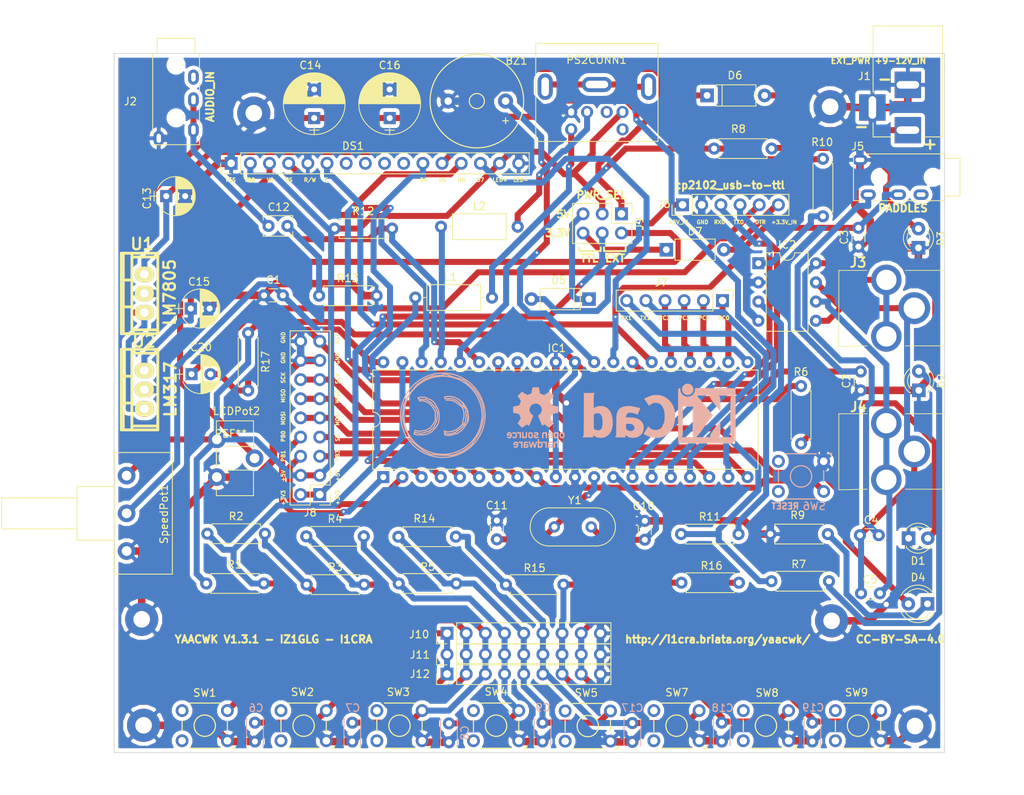
<source format=kicad_pcb>
(kicad_pcb (version 20171130) (host pcbnew 5.0.2+dfsg1-1)
  (title_block (title "YAACWK - Yet Another Arduino Cw Keyer") (date 2019-04-10) (rev 1.3b) (company "Copyright: CC BY-SA 4.0 by: Iz1glg - I1cra") (comment 1 "ATmega 644p variant"))
  (layers (0 F.Cu signal) (31 B.Cu signal) (36 B.SilkS user) (37 F.SilkS user) (38 B.Mask user) (39 F.Mask user) (44 Edge.Cuts user))
  (net 0 "")
  (net 1 "Net-(BZ1-Pad1)")
  (net 2 GND)
  (net 3 "Net-(C1-Pad1)")
  (net 4 "Net-(C2-Pad1)")
  (net 5 "Net-(C3-Pad1)")
  (net 6 "Net-(C4-Pad1)")
  (net 7 "Net-(C4-Pad2)")
  (net 8 "Net-(C5-Pad1)")
  (net 9 "Net-(C6-Pad2)")
  (net 10 "Net-(C7-Pad2)")
  (net 11 "Net-(C8-Pad2)")
  (net 12 "Net-(C9-Pad2)")
  (net 13 "Net-(C10-Pad2)")
  (net 14 "Net-(C11-Pad2)")
  (net 15 "Net-(C12-Pad1)")
  (net 16 "Net-(C12-Pad2)")
  (net 17 "Net-(DS1-Pad3)")
  (net 18 "Net-(DS1-Pad4)")
  (net 19 "Net-(DS1-Pad6)")
  (net 20 "Net-(DS1-Pad11)")
  (net 21 "Net-(DS1-Pad12)")
  (net 22 "Net-(DS1-Pad13)")
  (net 23 "Net-(DS1-Pad14)")
  (net 24 "Net-(IC1-Pad1)")
  (net 25 "Net-(IC1-Pad2)")
  (net 26 "Net-(IC1-Pad22)")
  (net 27 "Net-(IC1-Pad3)")
  (net 28 "Net-(IC1-Pad23)")
  (net 29 "Net-(IC1-Pad24)")
  (net 30 "Net-(IC1-Pad25)")
  (net 31 "Net-(IC1-Pad33)")
  (net 32 "Net-(IC1-Pad14)")
  (net 33 "Net-(IC1-Pad15)")
  (net 34 "Net-(IC1-Pad16)")
  (net 35 "Net-(IC1-Pad36)")
  (net 36 "Net-(IC1-Pad17)")
  (net 37 "Net-(IC1-Pad37)")
  (net 38 "Net-(IC1-Pad39)")
  (net 39 "Net-(IC2-Pad1)")
  (net 40 "Net-(IC2-Pad3)")
  (net 41 "Net-(L1-Pad2)")
  (net 42 "Net-(L2-Pad2)")
  (net 43 "Net-(C13-Pad1)")
  (net 44 "Net-(C14-Pad1)")
  (net 45 "Net-(D5-Pad2)")
  (net 46 "Net-(D6-Pad2)")
  (net 47 "Net-(PS2CONN1-Pad7)")
  (net 48 "Net-(D1-Pad2)")
  (net 49 "Net-(D2-Pad2)")
  (net 50 "Net-(D3-Pad2)")
  (net 51 "Net-(D4-Pad2)")
  (net 52 "Net-(IC1-Pad4)")
  (net 53 "Net-(IC1-Pad5)")
  (net 54 "Net-(IC1-Pad6)")
  (net 55 "Net-(IC1-Pad7)")
  (net 56 "Net-(C15-Pad1)")
  (net 57 "Net-(D4-Pad1)")
  (net 58 "Net-(D5-Pad1)")
  (net 59 "Net-(C17-Pad2)")
  (net 60 "Net-(C18-Pad2)")
  (net 61 "Net-(C19-Pad2)")
  (net 62 "Net-(IC1-Pad8)")
  (net 63 "Net-(D7-Pad1)")
  (net 64 "Net-(D7-Pad2)")
  (net 65 "Net-(J8-Pad1)")
  (net 66 "Net-(DS1-Pad15)")
  (net 67 "Net-(C20-Pad1)")
  (net 68 "Net-(C20-Pad2)")
  (module Mounting_Holes:MountingHole_2.2mm_M2_Pad (layer F.Cu) (at 194.85 63)
    (fp_text reference HOLE1 hide)
    (fp_text value MountingHole_2.2mm_M2_Pad hide)
    (pad 1 thru_hole circle (at 0 0) (size 4.4 4.4) (drill 2.2) (layers *.Cu *.Mask) (net 2 GND))
  )
  (module Pin_Headers:Pin_Header_Straight_1x09_Pitch2.54mm (layer F.Cu) (at 144.1 138.2 90)
    (fp_text reference J12 (at 0 -3.6 -180) (layer F.SilkS))
    (fp_text value HEADER_9 hide)
    (pad 9 thru_hole oval (at 0 20.32 90) (size 1.7 1.7) (drill 1) (layers *.Cu *.Mask) (net 2 GND))
    (pad 8 thru_hole oval (at 0 17.78 90) (size 1.7 1.7) (drill 1) (layers *.Cu *.Mask) (net 61 "Net-(C19-Pad2)"))
    (pad 7 thru_hole oval (at 0 15.24 90) (size 1.7 1.7) (drill 1) (layers *.Cu *.Mask) (net 60 "Net-(C18-Pad2)"))
    (pad 6 thru_hole oval (at 0 12.7 90) (size 1.7 1.7) (drill 1) (layers *.Cu *.Mask) (net 59 "Net-(C17-Pad2)"))
    (pad 5 thru_hole oval (at 0 10.16 90) (size 1.7 1.7) (drill 1) (layers *.Cu *.Mask) (net 12 "Net-(C9-Pad2)"))
    (pad 4 thru_hole oval (at 0 7.62 90) (size 1.7 1.7) (drill 1) (layers *.Cu *.Mask) (net 11 "Net-(C8-Pad2)"))
    (pad 3 thru_hole oval (at 0 5.08 90) (size 1.7 1.7) (drill 1) (layers *.Cu *.Mask) (net 10 "Net-(C7-Pad2)"))
    (pad 2 thru_hole oval (at 0 2.54 90) (size 1.7 1.7) (drill 1) (layers *.Cu *.Mask) (net 9 "Net-(C6-Pad2)"))
    (pad 1 thru_hole rect (at 0 0 90) (size 1.7 1.7) (drill 1) (layers *.Cu *.Mask) (net 38 "Net-(IC1-Pad39)"))
  )
  (module Mounting_Holes:MountingHole_2.2mm_M2_Pad (layer F.Cu) (at 118.5 63.85)
    (fp_text reference HOLE2 hide)
    (fp_text value MountingHole_2.2mm_M2_Pad hide)
    (pad 1 thru_hole circle (at 0 0) (size 4.4 4.4) (drill 2.2) (layers *.Cu *.Mask) (net 2 GND))
  )
  (module Mounting_Holes:MountingHole_2.2mm_M2_Pad (layer F.Cu) (at 195.05 131.15)
    (fp_text reference HOLE4 hide)
    (fp_text value MountingHole_2.2mm_M2_Pad hide)
    (pad 1 thru_hole circle (at 0 0) (size 4.4 4.4) (drill 2.2) (layers *.Cu *.Mask) (net 2 GND))
  )
  (module Mounting_Holes:MountingHole_2.2mm_M2_Pad (layer F.Cu) (at 206.1 145.1)
    (fp_text reference HOLE6 hide)
    (fp_text value MountingHole_2.2mm_M2_Pad hide)
    (pad 1 thru_hole circle (at 0 0) (size 4.4 4.4) (drill 2.2) (layers *.Cu *.Mask) (net 2 GND))
  )
  (module Mounting_Holes:MountingHole_2.2mm_M2_Pad (layer F.Cu) (at 103.9 145)
    (fp_text reference HOLE5 hide)
    (fp_text value MountingHole_2.2mm_M2_Pad hide)
    (pad 1 thru_hole circle (at 0 0) (size 4.4 4.4) (drill 2.2) (layers *.Cu *.Mask) (net 2 GND))
  )
  (module mini_din6New:Mini_din6 (layer F.Cu) (at 162.65 63.2 180)
    (fp_text reference PS2CONN1 (at -1.25 6.4 180) (layer F.SilkS))
    (fp_text value Mini-DIN_6pins_ver4)
    (pad 7 thru_hole oval (at -1.3 3.15 180) (size 4 2) (drill oval 3 1) (layers *.Cu *.Mask) (net 47 "Net-(PS2CONN1-Pad7)"))
    (pad 6 thru_hole circle (at -4.7 -2.8 180) (size 1.6 1.6) (drill oval 0.8 1) (layers *.Cu *.Mask))
    (pad 5 thru_hole circle (at 2.1 -2.8 180) (size 1.6 1.6) (drill oval 0.8 1) (layers *.Cu *.Mask) (net 41 "Net-(L1-Pad2)"))
    (pad 4 thru_hole circle (at -4.7 -0.5 180) (size 1.6 1.6) (drill oval 0.8 1) (layers *.Cu *.Mask) (net 66 "Net-(DS1-Pad15)"))
    (pad 3 thru_hole circle (at 2.1 -0.5 180) (size 1.6 1.6) (drill oval 0.8 1) (layers *.Cu *.Mask) (net 2 GND))
    (pad 2 thru_hole circle (at -2.6 -0.5 180) (size 1.6 1.6) (drill oval 0.8 1) (layers *.Cu *.Mask))
    (pad 1 thru_hole circle (at 0 -0.5 180) (size 1.6 1.6) (drill oval 0.8 1) (layers *.Cu *.Mask) (net 42 "Net-(L2-Pad2)"))
    (pad 7 thru_hole oval (at 5.55 2.85 180) (size 2 3.5) (drill oval 1 2.5) (layers *.Cu *.Mask) (net 47 "Net-(PS2CONN1-Pad7)"))
    (pad 7 thru_hole oval (at -8.15 2.85 180) (size 2 3.5) (drill oval 1 2.5) (layers *.Cu *.Mask) (net 47 "Net-(PS2CONN1-Pad7)"))
  )
  (module Buzzers_Beepers:Buzzer_12x9.5RM7.6 (layer F.Cu) (at 148.05 62.25 180)
    (fp_text reference BZ1 (at -5.25 5.35) (layer F.SilkS))
    (fp_text value BUZZER)
    (fp_text user + (at -3.81 -2.54 180) (layer F.SilkS))
    (pad 1 thru_hole circle (at -3.79984 0 180) (size 2 2) (drill 1.00076) (layers *.Cu *.Mask) (net 1 "Net-(BZ1-Pad1)"))
    (pad 2 thru_hole circle (at 3.79984 0 180) (size 2 2) (drill 1.00076) (layers *.Cu *.Mask) (net 2 GND))
  )
  (module LEDs:LED_D3.0mm (layer F.Cu) (at 205.25 120.2)
    (fp_text reference D1 (at 1.25 3) (layer F.SilkS))
    (fp_text value LED)
    (pad 1 thru_hole rect (at 0 0) (size 1.8 1.8) (drill 0.9) (layers *.Cu *.Mask) (net 2 GND))
    (pad 2 thru_hole circle (at 2.54 0) (size 1.8 1.8) (drill 0.9) (layers *.Cu *.Mask) (net 48 "Net-(D1-Pad2)"))
  )
  (module LEDs:LED_D3.0mm (layer F.Cu) (at 206.6 100.6 90)
    (fp_text reference D2 (at 1.25 3 90) (layer F.SilkS))
    (fp_text value LED)
    (pad 1 thru_hole rect (at 0 0 90) (size 1.8 1.8) (drill 0.9) (layers *.Cu *.Mask) (net 2 GND))
    (pad 2 thru_hole circle (at 2.54 0 90) (size 1.8 1.8) (drill 0.9) (layers *.Cu *.Mask) (net 49 "Net-(D2-Pad2)"))
  )
  (module LEDs:LED_D3.0mm (layer F.Cu) (at 206.55 81.7 90)
    (fp_text reference D3 (at 1.25 3 90) (layer F.SilkS))
    (fp_text value LED)
    (pad 1 thru_hole rect (at 0 0 90) (size 1.8 1.8) (drill 0.9) (layers *.Cu *.Mask) (net 2 GND))
    (pad 2 thru_hole circle (at 2.54 0 90) (size 1.8 1.8) (drill 0.9) (layers *.Cu *.Mask) (net 50 "Net-(D3-Pad2)"))
  )
  (module Housings_DIP:DIP-40_W15.24mm (layer F.Cu) (at 135.65 112.1 90)
    (fp_text reference IC1 (at 17.1 22.9875 180) (layer F.SilkS))
    (fp_text value ATMEGA644P-P)
    (pad 1 thru_hole rect (at 0 0 90) (size 1.6 1.6) (drill 0.8) (layers *.Cu *.Mask) (net 24 "Net-(IC1-Pad1)"))
    (pad 21 thru_hole oval (at 15.24 48.26 90) (size 1.6 1.6) (drill 0.8) (layers *.Cu *.Mask) (net 23 "Net-(DS1-Pad14)"))
    (pad 2 thru_hole oval (at 0 2.54 90) (size 1.6 1.6) (drill 0.8) (layers *.Cu *.Mask) (net 25 "Net-(IC1-Pad2)"))
    (pad 22 thru_hole oval (at 15.24 45.72 90) (size 1.6 1.6) (drill 0.8) (layers *.Cu *.Mask) (net 26 "Net-(IC1-Pad22)"))
    (pad 3 thru_hole oval (at 0 5.08 90) (size 1.6 1.6) (drill 0.8) (layers *.Cu *.Mask) (net 27 "Net-(IC1-Pad3)"))
    (pad 23 thru_hole oval (at 15.24 43.18 90) (size 1.6 1.6) (drill 0.8) (layers *.Cu *.Mask) (net 28 "Net-(IC1-Pad23)"))
    (pad 4 thru_hole oval (at 0 7.62 90) (size 1.6 1.6) (drill 0.8) (layers *.Cu *.Mask) (net 52 "Net-(IC1-Pad4)"))
    (pad 24 thru_hole oval (at 15.24 40.64 90) (size 1.6 1.6) (drill 0.8) (layers *.Cu *.Mask) (net 29 "Net-(IC1-Pad24)"))
    (pad 5 thru_hole oval (at 0 10.16 90) (size 1.6 1.6) (drill 0.8) (layers *.Cu *.Mask) (net 53 "Net-(IC1-Pad5)"))
    (pad 25 thru_hole oval (at 15.24 38.1 90) (size 1.6 1.6) (drill 0.8) (layers *.Cu *.Mask) (net 30 "Net-(IC1-Pad25)"))
    (pad 6 thru_hole oval (at 0 12.7 90) (size 1.6 1.6) (drill 0.8) (layers *.Cu *.Mask) (net 54 "Net-(IC1-Pad6)"))
    (pad 26 thru_hole oval (at 15.24 35.56 90) (size 1.6 1.6) (drill 0.8) (layers *.Cu *.Mask) (net 19 "Net-(DS1-Pad6)"))
    (pad 7 thru_hole oval (at 0 15.24 90) (size 1.6 1.6) (drill 0.8) (layers *.Cu *.Mask) (net 55 "Net-(IC1-Pad7)"))
    (pad 27 thru_hole oval (at 15.24 33.02 90) (size 1.6 1.6) (drill 0.8) (layers *.Cu *.Mask) (net 4 "Net-(C2-Pad1)"))
    (pad 8 thru_hole oval (at 0 17.78 90) (size 1.6 1.6) (drill 0.8) (layers *.Cu *.Mask) (net 62 "Net-(IC1-Pad8)"))
    (pad 28 thru_hole oval (at 15.24 30.48 90) (size 1.6 1.6) (drill 0.8) (layers *.Cu *.Mask) (net 5 "Net-(C3-Pad1)"))
    (pad 9 thru_hole oval (at 0 20.32 90) (size 1.6 1.6) (drill 0.8) (layers *.Cu *.Mask) (net 68 "Net-(C20-Pad2)"))
    (pad 29 thru_hole oval (at 15.24 27.94 90) (size 1.6 1.6) (drill 0.8) (layers *.Cu *.Mask) (net 1 "Net-(BZ1-Pad1)"))
    (pad 10 thru_hole oval (at 0 22.86 90) (size 1.6 1.6) (drill 0.8) (layers *.Cu *.Mask) (net 66 "Net-(DS1-Pad15)"))
    (pad 30 thru_hole oval (at 15.24 25.4 90) (size 1.6 1.6) (drill 0.8) (layers *.Cu *.Mask) (net 66 "Net-(DS1-Pad15)"))
    (pad 11 thru_hole oval (at 0 25.4 90) (size 1.6 1.6) (drill 0.8) (layers *.Cu *.Mask) (net 2 GND))
    (pad 31 thru_hole oval (at 15.24 22.86 90) (size 1.6 1.6) (drill 0.8) (layers *.Cu *.Mask) (net 2 GND))
    (pad 12 thru_hole oval (at 0 27.94 90) (size 1.6 1.6) (drill 0.8) (layers *.Cu *.Mask) (net 14 "Net-(C11-Pad2)"))
    (pad 32 thru_hole oval (at 15.24 20.32 90) (size 1.6 1.6) (drill 0.8) (layers *.Cu *.Mask))
    (pad 13 thru_hole oval (at 0 30.48 90) (size 1.6 1.6) (drill 0.8) (layers *.Cu *.Mask) (net 13 "Net-(C10-Pad2)"))
    (pad 33 thru_hole oval (at 15.24 17.78 90) (size 1.6 1.6) (drill 0.8) (layers *.Cu *.Mask) (net 31 "Net-(IC1-Pad33)"))
    (pad 14 thru_hole oval (at 0 33.02 90) (size 1.6 1.6) (drill 0.8) (layers *.Cu *.Mask) (net 32 "Net-(IC1-Pad14)"))
    (pad 34 thru_hole oval (at 15.24 15.24 90) (size 1.6 1.6) (drill 0.8) (layers *.Cu *.Mask) (net 51 "Net-(D4-Pad2)"))
    (pad 15 thru_hole oval (at 0 35.56 90) (size 1.6 1.6) (drill 0.8) (layers *.Cu *.Mask) (net 33 "Net-(IC1-Pad15)"))
    (pad 35 thru_hole oval (at 15.24 12.7 90) (size 1.6 1.6) (drill 0.8) (layers *.Cu *.Mask) (net 16 "Net-(C12-Pad2)"))
    (pad 16 thru_hole oval (at 0 38.1 90) (size 1.6 1.6) (drill 0.8) (layers *.Cu *.Mask) (net 34 "Net-(IC1-Pad16)"))
    (pad 36 thru_hole oval (at 15.24 10.16 90) (size 1.6 1.6) (drill 0.8) (layers *.Cu *.Mask) (net 35 "Net-(IC1-Pad36)"))
    (pad 17 thru_hole oval (at 0 40.64 90) (size 1.6 1.6) (drill 0.8) (layers *.Cu *.Mask) (net 36 "Net-(IC1-Pad17)"))
    (pad 37 thru_hole oval (at 15.24 7.62 90) (size 1.6 1.6) (drill 0.8) (layers *.Cu *.Mask) (net 37 "Net-(IC1-Pad37)"))
    (pad 18 thru_hole oval (at 0 43.18 90) (size 1.6 1.6) (drill 0.8) (layers *.Cu *.Mask) (net 20 "Net-(DS1-Pad11)"))
    (pad 38 thru_hole oval (at 15.24 5.08 90) (size 1.6 1.6) (drill 0.8) (layers *.Cu *.Mask) (net 18 "Net-(DS1-Pad4)"))
    (pad 19 thru_hole oval (at 0 45.72 90) (size 1.6 1.6) (drill 0.8) (layers *.Cu *.Mask) (net 21 "Net-(DS1-Pad12)"))
    (pad 39 thru_hole oval (at 15.24 2.54 90) (size 1.6 1.6) (drill 0.8) (layers *.Cu *.Mask) (net 38 "Net-(IC1-Pad39)"))
    (pad 20 thru_hole oval (at 0 48.26 90) (size 1.6 1.6) (drill 0.8) (layers *.Cu *.Mask) (net 22 "Net-(DS1-Pad13)"))
    (pad 40 thru_hole oval (at 15.24 0 90) (size 1.6 1.6) (drill 0.8) (layers *.Cu *.Mask) (net 3 "Net-(C1-Pad1)"))
  )
  (module Housings_DIP:DIP-8_W7.62mm (layer F.Cu) (at 185.35 83.75)
    (fp_text reference IC2 (at 3.8 -2.45 -180) (layer F.SilkS))
    (fp_text value TLP627-2)
    (pad 8 thru_hole oval (at 7.62 0) (size 1.6 1.6) (drill 0.8) (layers *.Cu *.Mask) (net 6 "Net-(C4-Pad1)"))
    (pad 4 thru_hole oval (at 0 7.62) (size 1.6 1.6) (drill 0.8) (layers *.Cu *.Mask) (net 2 GND))
    (pad 7 thru_hole oval (at 7.62 2.54) (size 1.6 1.6) (drill 0.8) (layers *.Cu *.Mask) (net 7 "Net-(C4-Pad2)"))
    (pad 3 thru_hole oval (at 0 5.08) (size 1.6 1.6) (drill 0.8) (layers *.Cu *.Mask) (net 40 "Net-(IC2-Pad3)"))
    (pad 6 thru_hole oval (at 7.62 5.08) (size 1.6 1.6) (drill 0.8) (layers *.Cu *.Mask) (net 8 "Net-(C5-Pad1)"))
    (pad 2 thru_hole oval (at 0 2.54) (size 1.6 1.6) (drill 0.8) (layers *.Cu *.Mask) (net 2 GND))
    (pad 5 thru_hole oval (at 7.62 7.62) (size 1.6 1.6) (drill 0.8) (layers *.Cu *.Mask) (net 7 "Net-(C4-Pad2)"))
    (pad 1 thru_hole rect (at 0 0) (size 1.6 1.6) (drill 0.8) (layers *.Cu *.Mask) (net 39 "Net-(IC2-Pad1)"))
  )
  (module Inductors_THT:L_Axial_L7.0mm_D3.3mm_P10.16mm_Horizontal_Fastron_MICC (layer F.Cu) (at 139.9 88.3)
    (fp_text reference L1 (at 4.65 -2.75) (layer F.SilkS))
    (fp_text value "INDUCTOR 5μH")
    (pad 1 thru_hole circle (at 0 0) (size 1.6 1.6) (drill 0.8) (layers *.Cu *.Mask) (net 27 "Net-(IC1-Pad3)"))
    (pad 2 thru_hole oval (at 10.16 0) (size 1.6 1.6) (drill 0.8) (layers *.Cu *.Mask) (net 41 "Net-(L1-Pad2)"))
  )
  (module Inductors_THT:L_Axial_L7.0mm_D3.3mm_P10.16mm_Horizontal_Fastron_MICC (layer F.Cu) (at 143.3 78.9)
    (fp_text reference L2 (at 5.08 -2.71) (layer F.SilkS))
    (fp_text value "INDUCTOR 5μH")
    (pad 1 thru_hole circle (at 0 0) (size 1.6 1.6) (drill 0.8) (layers *.Cu *.Mask) (net 37 "Net-(IC1-Pad37)"))
    (pad 2 thru_hole oval (at 10.16 0) (size 1.6 1.6) (drill 0.8) (layers *.Cu *.Mask) (net 42 "Net-(L2-Pad2)"))
  )
  (module Resistors_THT:R_Axial_DIN0207_L6.3mm_D2.5mm_P7.62mm_Horizontal (layer F.Cu) (at 112.2 126.2)
    (fp_text reference R1 (at 3.75 -2.5) (layer F.SilkS))
    (fp_text value 10kOhm)
    (pad 2 thru_hole oval (at 7.62 0) (size 1.6 1.6) (drill 0.8) (layers *.Cu *.Mask) (net 38 "Net-(IC1-Pad39)"))
    (pad 1 thru_hole circle (at 0 0) (size 1.6 1.6) (drill 0.8) (layers *.Cu *.Mask) (net 66 "Net-(DS1-Pad15)"))
  )
  (module Resistors_THT:R_Axial_DIN0207_L6.3mm_D2.5mm_P7.62mm_Horizontal (layer F.Cu) (at 112.35 119.6)
    (fp_text reference R2 (at 3.81 -2.31) (layer F.SilkS))
    (fp_text value 1kOhm)
    (pad 2 thru_hole oval (at 7.62 0) (size 1.6 1.6) (drill 0.8) (layers *.Cu *.Mask) (net 9 "Net-(C6-Pad2)"))
    (pad 1 thru_hole circle (at 0 0) (size 1.6 1.6) (drill 0.8) (layers *.Cu *.Mask) (net 38 "Net-(IC1-Pad39)"))
  )
  (module Resistors_THT:R_Axial_DIN0207_L6.3mm_D2.5mm_P7.62mm_Horizontal (layer F.Cu) (at 125.5 126.35)
    (fp_text reference R3 (at 3.81 -2.31) (layer F.SilkS))
    (fp_text value 1kOhm)
    (pad 2 thru_hole oval (at 7.62 0) (size 1.6 1.6) (drill 0.8) (layers *.Cu *.Mask) (net 10 "Net-(C7-Pad2)"))
    (pad 1 thru_hole circle (at 0 0) (size 1.6 1.6) (drill 0.8) (layers *.Cu *.Mask) (net 9 "Net-(C6-Pad2)"))
  )
  (module Resistors_THT:R_Axial_DIN0207_L6.3mm_D2.5mm_P7.62mm_Horizontal (layer F.Cu) (at 125.45 119.95)
    (fp_text reference R4 (at 3.81 -2.31) (layer F.SilkS))
    (fp_text value 1kOhm)
    (pad 2 thru_hole oval (at 7.62 0) (size 1.6 1.6) (drill 0.8) (layers *.Cu *.Mask) (net 11 "Net-(C8-Pad2)"))
    (pad 1 thru_hole circle (at 0 0) (size 1.6 1.6) (drill 0.8) (layers *.Cu *.Mask) (net 10 "Net-(C7-Pad2)"))
  )
  (module Resistors_THT:R_Axial_DIN0207_L6.3mm_D2.5mm_P7.62mm_Horizontal (layer F.Cu) (at 137.7 126.2)
    (fp_text reference R5 (at 3.85 -2.2) (layer F.SilkS))
    (fp_text value 1kOhm)
    (pad 1 thru_hole circle (at 0 0) (size 1.6 1.6) (drill 0.8) (layers *.Cu *.Mask) (net 11 "Net-(C8-Pad2)"))
    (pad 2 thru_hole oval (at 7.62 0) (size 1.6 1.6) (drill 0.8) (layers *.Cu *.Mask) (net 12 "Net-(C9-Pad2)"))
  )
  (module Resistors_THT:R_Axial_DIN0207_L6.3mm_D2.5mm_P7.62mm_Horizontal (layer F.Cu) (at 191 107.65 90)
    (fp_text reference R6 (at 9.5 0 180) (layer F.SilkS))
    (fp_text value 1kOhm)
    (pad 1 thru_hole circle (at 0 0 90) (size 1.6 1.6) (drill 0.8) (layers *.Cu *.Mask) (net 48 "Net-(D1-Pad2)"))
    (pad 2 thru_hole oval (at 7.62 0 90) (size 1.6 1.6) (drill 0.8) (layers *.Cu *.Mask) (net 66 "Net-(DS1-Pad15)"))
  )
  (module Resistors_THT:R_Axial_DIN0207_L6.3mm_D2.5mm_P7.62mm_Horizontal (layer F.Cu) (at 194.7 125.9 180)
    (fp_text reference R7 (at 4 2.25 180) (layer F.SilkS))
    (fp_text value 1kOhm)
    (pad 1 thru_hole circle (at 0 0 180) (size 1.6 1.6) (drill 0.8) (layers *.Cu *.Mask) (net 49 "Net-(D2-Pad2)"))
    (pad 2 thru_hole oval (at 7.62 0 180) (size 1.6 1.6) (drill 0.8) (layers *.Cu *.Mask) (net 31 "Net-(IC1-Pad33)"))
  )
  (module Resistors_THT:R_Axial_DIN0207_L6.3mm_D2.5mm_P7.62mm_Horizontal (layer F.Cu) (at 187.1 68.55 180)
    (fp_text reference R8 (at 4.4 2.6) (layer F.SilkS))
    (fp_text value 1kOhm)
    (pad 2 thru_hole oval (at 7.62 0 180) (size 1.6 1.6) (drill 0.8) (layers *.Cu *.Mask) (net 35 "Net-(IC1-Pad36)"))
    (pad 1 thru_hole circle (at 0 0 180) (size 1.6 1.6) (drill 0.8) (layers *.Cu *.Mask) (net 50 "Net-(D3-Pad2)"))
  )
  (module Resistors_THT:R_Axial_DIN0207_L6.3mm_D2.5mm_P7.62mm_Horizontal (layer F.Cu) (at 194.55 119.65 180)
    (fp_text reference R9 (at 4 2.5 180) (layer F.SilkS))
    (fp_text value "220 Ohm")
    (pad 1 thru_hole circle (at 0 0 180) (size 1.6 1.6) (drill 0.8) (layers *.Cu *.Mask) (net 57 "Net-(D4-Pad1)"))
    (pad 2 thru_hole oval (at 7.62 0 180) (size 1.6 1.6) (drill 0.8) (layers *.Cu *.Mask) (net 2 GND))
  )
  (module Resistors_THT:R_Axial_DIN0207_L6.3mm_D2.5mm_P7.62mm_Horizontal (layer F.Cu) (at 193.9 69.9 270)
    (fp_text reference R10 (at -2.2 0.1) (layer F.SilkS))
    (fp_text value 1kOhm)
    (pad 1 thru_hole circle (at 0 0 270) (size 1.6 1.6) (drill 0.8) (layers *.Cu *.Mask) (net 35 "Net-(IC1-Pad36)"))
    (pad 2 thru_hole oval (at 7.62 0 270) (size 1.6 1.6) (drill 0.8) (layers *.Cu *.Mask) (net 39 "Net-(IC2-Pad1)"))
  )
  (module Resistors_THT:R_Axial_DIN0207_L6.3mm_D2.5mm_P7.62mm_Horizontal (layer F.Cu) (at 175.1 119.65)
    (fp_text reference R11 (at 3.81 -2.31) (layer F.SilkS))
    (fp_text value 1kOhm)
    (pad 1 thru_hole circle (at 0 0) (size 1.6 1.6) (drill 0.8) (layers *.Cu *.Mask) (net 31 "Net-(IC1-Pad33)"))
    (pad 2 thru_hole oval (at 7.62 0) (size 1.6 1.6) (drill 0.8) (layers *.Cu *.Mask) (net 40 "Net-(IC2-Pad3)"))
  )
  (module Resistors_THT:R_Axial_DIN0207_L6.3mm_D2.5mm_P7.62mm_Horizontal (layer F.Cu) (at 129.2 79.15)
    (fp_text reference R12 (at 3.81 -2.31) (layer F.SilkS))
    (fp_text value 10kOhm)
    (pad 1 thru_hole circle (at 0 0) (size 1.6 1.6) (drill 0.8) (layers *.Cu *.Mask) (net 66 "Net-(DS1-Pad15)"))
    (pad 2 thru_hole oval (at 7.62 0) (size 1.6 1.6) (drill 0.8) (layers *.Cu *.Mask) (net 16 "Net-(C12-Pad2)"))
  )
  (module Resistors_THT:R_Axial_DIN0207_L6.3mm_D2.5mm_P7.62mm_Horizontal (layer F.Cu) (at 127.15 88.05)
    (fp_text reference R13 (at 3.81 -2.31) (layer F.SilkS))
    (fp_text value 10kOhm)
    (pad 1 thru_hole circle (at 0 0) (size 1.6 1.6) (drill 0.8) (layers *.Cu *.Mask) (net 16 "Net-(C12-Pad2)"))
    (pad 2 thru_hole oval (at 7.62 0) (size 1.6 1.6) (drill 0.8) (layers *.Cu *.Mask) (net 2 GND))
  )
  (module Crystals:Crystal_HC49-U_Vertical (layer F.Cu) (at 163.2 118.7 180)
    (fp_text reference Y1 (at 2.1722 3.5306 180) (layer F.SilkS))
    (fp_text value "Crystal 16 MHz")
    (pad 1 thru_hole circle (at 0 0 180) (size 1.5 1.5) (drill 0.8) (layers *.Cu *.Mask) (net 13 "Net-(C10-Pad2)"))
    (pad 2 thru_hole circle (at 4.88 0 180) (size 1.5 1.5) (drill 0.8) (layers *.Cu *.Mask) (net 14 "Net-(C11-Pad2)"))
  )
  (module Diodes_THT:D_A-405_P7.62mm_Horizontal (layer F.Cu) (at 162.9 88.5 180)
    (fp_text reference D5 (at 4 2.5 180) (layer F.SilkS))
    (fp_text value D_ALT)
    (pad 1 thru_hole rect (at 0 0 180) (size 1.8 1.8) (drill 0.9) (layers *.Cu *.Mask) (net 58 "Net-(D5-Pad1)"))
    (pad 2 thru_hole oval (at 7.62 0 180) (size 1.8 1.8) (drill 0.9) (layers *.Cu *.Mask) (net 45 "Net-(D5-Pad2)"))
  )
  (module Diodes_THT:D_A-405_P7.62mm_Horizontal (layer F.Cu) (at 178.55 61.5)
    (fp_text reference D6 (at 3.7 -2.65) (layer F.SilkS))
    (fp_text value D_ALT)
    (pad 1 thru_hole rect (at 0 0) (size 1.8 1.8) (drill 0.9) (layers *.Cu *.Mask) (net 44 "Net-(C14-Pad1)"))
    (pad 2 thru_hole oval (at 7.62 0) (size 1.8 1.8) (drill 0.9) (layers *.Cu *.Mask) (net 46 "Net-(D6-Pad2)"))
  )
  (module Pin_Headers:Pin_Header_Straight_1x06_Pitch2.54mm (layer F.Cu) (at 175.3 76 90)
    (fp_text reference J6 (at 0.1 -2.45 180) (layer F.SilkS))
    (fp_text value TTL_SERIAL hide)
    (pad 6 thru_hole oval (at 0 12.7 90) (size 1.7 1.7) (drill 1) (layers *.Cu *.Mask) (net 64 "Net-(D7-Pad2)"))
    (pad 5 thru_hole oval (at 0 10.16 90) (size 1.7 1.7) (drill 1) (layers *.Cu *.Mask) (net 67 "Net-(C20-Pad1)"))
    (pad 4 thru_hole oval (at 0 7.62 90) (size 1.7 1.7) (drill 1) (layers *.Cu *.Mask) (net 33 "Net-(IC1-Pad15)"))
    (pad 3 thru_hole oval (at 0 5.08 90) (size 1.7 1.7) (drill 1) (layers *.Cu *.Mask) (net 32 "Net-(IC1-Pad14)"))
    (pad 2 thru_hole oval (at 0 2.54 90) (size 1.7 1.7) (drill 1) (layers *.Cu *.Mask) (net 2 GND))
    (pad 1 thru_hole rect (at 0 0 90) (size 1.7 1.7) (drill 1) (layers *.Cu *.Mask) (net 45 "Net-(D5-Pad2)"))
  )
  (module mojes-kicad-footprints:78XX (layer F.Cu) (at 104 87.75 90)
    (fp_text reference U1 (at 6.55 -0.3 180) (layer F.SilkS) (effects (font (size 1.524 1.524) (thickness 0.3048))))
    (fp_text value LM7805 (at 0.15 3.35 90) (layer F.SilkS) (effects (font (size 1.524 1.524) (thickness 0.3048))))
    (pad GND thru_hole oval (at 0 0 90) (size 2.032 2.54) (drill 1.143) (layers *.Cu *.Mask F.SilkS) (net 2 GND))
    (pad VO thru_hole oval (at 2.54 0 90) (size 2.032 2.54) (drill 1.143) (layers *.Cu *.Mask F.SilkS) (net 43 "Net-(C13-Pad1)"))
    (pad VI thru_hole oval (at -2.54 0 90) (size 2.032 2.54) (drill 1.143) (layers *.Cu *.Mask F.SilkS) (net 44 "Net-(C14-Pad1)"))
  )
  (module PJ320A:PJ320A_3.5mm_4_conductors_audio_plug (layer F.Cu) (at 108.204 55.88 270)
    (fp_text reference J2 (at 6.42 6.054) (layer F.SilkS))
    (fp_text value AUDIO_IN)
    (pad 5 thru_hole oval (at 11.3 2.3 270) (size 2 1.4) (drill oval 1.2 0.6) (layers *.Cu *.Mask) (net 2 GND))
    (pad 4 thru_hole oval (at 10.2 -2.3 270) (size 2 1.4) (drill oval 1.2 0.6) (layers *.Cu *.Mask) (net 15 "Net-(C12-Pad1)"))
    (pad 3 thru_hole oval (at 6.2 -2.3 270) (size 2 1.4) (drill oval 1.2 0.6) (layers *.Cu *.Mask) (net 15 "Net-(C12-Pad1)"))
    (pad 2 thru_hole oval (at 3.2 -2.3 270) (size 2 1.4) (drill oval 1.2 0.6) (layers *.Cu *.Mask))
    (pad "" np_thru_hole circle (at 1.6 0 270) (size 1.5 1.5) (drill 1.5) (layers *.Cu *.Mask))
    (pad "" np_thru_hole circle (at 8.6 0 270) (size 1.5 1.5) (drill 1.5) (layers *.Cu *.Mask))
  )
  (module Potentiometers:Potentiometer_Trimmer_ACP_CA9h5_Vertical_Px5.0mm_Py5.0mm (layer F.Cu) (at 113.6 107.1)
    (fp_text reference LCDPot2 (at 2.6035 -3.7465) (layer F.SilkS))
    (fp_text value 10kOhm)
    (pad 3 thru_hole circle (at 0 5) (size 2.34 2.34) (drill 1.3) (layers *.Cu *.Mask) (net 2 GND))
    (pad 2 thru_hole circle (at 5 2.5) (size 2.34 2.34) (drill 1.3) (layers *.Cu *.Mask) (net 17 "Net-(DS1-Pad3)"))
    (pad 1 thru_hole circle (at 0 0) (size 2.34 2.34) (drill 1.3) (layers *.Cu *.Mask) (net 66 "Net-(DS1-Pad15)"))
  )
  (module Pin_Headers:Pin_Header_Straight_1x16_Pitch2.54mm (layer F.Cu) (at 115.5 70.5 90)
    (fp_text reference DS1 (at 2.3 16.15 180) (layer F.SilkS))
    (fp_text value LCD20X4)
    (pad 1 thru_hole rect (at 0 0 90) (size 1.7 1.7) (drill 1) (layers *.Cu *.Mask) (net 2 GND))
    (pad 2 thru_hole oval (at 0 2.54 90) (size 1.7 1.7) (drill 1) (layers *.Cu *.Mask) (net 66 "Net-(DS1-Pad15)"))
    (pad 3 thru_hole oval (at 0 5.08 90) (size 1.7 1.7) (drill 1) (layers *.Cu *.Mask) (net 17 "Net-(DS1-Pad3)"))
    (pad 4 thru_hole oval (at 0 7.62 90) (size 1.7 1.7) (drill 1) (layers *.Cu *.Mask) (net 18 "Net-(DS1-Pad4)"))
    (pad 5 thru_hole oval (at 0 10.16 90) (size 1.7 1.7) (drill 1) (layers *.Cu *.Mask) (net 2 GND))
    (pad 6 thru_hole oval (at 0 12.7 90) (size 1.7 1.7) (drill 1) (layers *.Cu *.Mask) (net 19 "Net-(DS1-Pad6)"))
    (pad 7 thru_hole oval (at 0 15.24 90) (size 1.7 1.7) (drill 1) (layers *.Cu *.Mask))
    (pad 8 thru_hole oval (at 0 17.78 90) (size 1.7 1.7) (drill 1) (layers *.Cu *.Mask))
    (pad 9 thru_hole oval (at 0 20.32 90) (size 1.7 1.7) (drill 1) (layers *.Cu *.Mask))
    (pad 10 thru_hole oval (at 0 22.86 90) (size 1.7 1.7) (drill 1) (layers *.Cu *.Mask))
    (pad 11 thru_hole oval (at 0 25.4 90) (size 1.7 1.7) (drill 1) (layers *.Cu *.Mask) (net 20 "Net-(DS1-Pad11)"))
    (pad 12 thru_hole oval (at 0 27.94 90) (size 1.7 1.7) (drill 1) (layers *.Cu *.Mask) (net 21 "Net-(DS1-Pad12)"))
    (pad 13 thru_hole oval (at 0 30.48 90) (size 1.7 1.7) (drill 1) (layers *.Cu *.Mask) (net 22 "Net-(DS1-Pad13)"))
    (pad 14 thru_hole oval (at 0 33.02 90) (size 1.7 1.7) (drill 1) (layers *.Cu *.Mask) (net 23 "Net-(DS1-Pad14)"))
    (pad 15 thru_hole oval (at 0 35.56 90) (size 1.7 1.7) (drill 1) (layers *.Cu *.Mask) (net 66 "Net-(DS1-Pad15)"))
    (pad 16 thru_hole oval (at 0 38.1 90) (size 1.7 1.7) (drill 1) (layers *.Cu *.Mask) (net 2 GND))
  )
  (module Pin_Headers:Pin_Header_Straight_1x06_Pitch2.54mm (layer F.Cu) (at 180.6 88.7 270)
    (fp_text reference J7 (at -2.4 8.1) (layer F.SilkS))
    (fp_text value HEADER_6)
    (pad 1 thru_hole rect (at 0 0 270) (size 1.7 1.7) (drill 1) (layers *.Cu *.Mask) (net 26 "Net-(IC1-Pad22)"))
    (pad 2 thru_hole oval (at 0 2.54 270) (size 1.7 1.7) (drill 1) (layers *.Cu *.Mask) (net 28 "Net-(IC1-Pad23)"))
    (pad 3 thru_hole oval (at 0 5.08 270) (size 1.7 1.7) (drill 1) (layers *.Cu *.Mask) (net 29 "Net-(IC1-Pad24)"))
    (pad 4 thru_hole oval (at 0 7.62 270) (size 1.7 1.7) (drill 1) (layers *.Cu *.Mask) (net 30 "Net-(IC1-Pad25)"))
    (pad 5 thru_hole oval (at 0 10.16 270) (size 1.7 1.7) (drill 1) (layers *.Cu *.Mask) (net 36 "Net-(IC1-Pad17)"))
    (pad 6 thru_hole oval (at 0 12.7 270) (size 1.7 1.7) (drill 1) (layers *.Cu *.Mask) (net 34 "Net-(IC1-Pad16)"))
  )
  (module mojes-kicad-footprints:78XX (layer F.Cu) (at 104 100.5 90)
    (fp_text reference U2 (at 6.4 -0.05 180) (layer F.SilkS) (effects (font (size 1.524 1.524) (thickness 0.3048))))
    (fp_text value LM317 (at 0.05 3.45 90) (layer F.SilkS) (effects (font (size 1.524 1.524) (thickness 0.3048))))
    (pad VI thru_hole oval (at -2.54 0 90) (size 2.032 2.54) (drill 1.143) (layers *.Cu *.Mask F.SilkS) (net 44 "Net-(C14-Pad1)"))
    (pad VO thru_hole oval (at 2.54 0 90) (size 2.032 2.54) (drill 1.143) (layers *.Cu *.Mask F.SilkS) (net 56 "Net-(C15-Pad1)"))
    (pad GND thru_hole oval (at 0 0 90) (size 2.032 2.54) (drill 1.143) (layers *.Cu *.Mask F.SilkS) (net 2 GND))
  )
  (module Connectors:BARREL_JACK (layer F.Cu) (at 205.15 66.1 270)
    (fp_text reference J1 (at -7.15 5.75 180) (layer F.SilkS))
    (fp_text value EXT_PWR)
    (pad 1 thru_hole rect (at 0 0 270) (size 3.5 3.5) (drill oval 1 3) (layers *.Cu *.Mask) (net 46 "Net-(D6-Pad2)"))
    (pad 2 thru_hole rect (at -6 0 270) (size 3.5 3.5) (drill oval 1 3) (layers *.Cu *.Mask) (net 2 GND))
    (pad 3 thru_hole rect (at -3 4.7 270) (size 3.5 3.5) (drill oval 3 1) (layers *.Cu *.Mask) (net 2 GND))
  )
  (module Capacitors_THT:CP_Radial_D8.0mm_P3.80mm (layer F.Cu) (at 126.5 64.5 90)
    (fp_text reference C14 (at 7 -0.5 180) (layer F.SilkS))
    (fp_text value 330uF)
    (pad 1 thru_hole rect (at 0 0 90) (size 1.6 1.6) (drill 0.8) (layers *.Cu *.Mask) (net 44 "Net-(C14-Pad1)"))
    (pad 2 thru_hole circle (at 3.8 0 90) (size 1.6 1.6) (drill 0.8) (layers *.Cu *.Mask) (net 2 GND))
  )
  (module Capacitors_THT:CP_Radial_D8.0mm_P3.80mm (layer F.Cu) (at 136.5 64.5 90)
    (fp_text reference C16 (at 7 0 180) (layer F.SilkS))
    (fp_text value 330uF)
    (pad 1 thru_hole rect (at 0 0 90) (size 1.6 1.6) (drill 0.8) (layers *.Cu *.Mask) (net 44 "Net-(C14-Pad1)"))
    (pad 2 thru_hole circle (at 3.8 0 90) (size 1.6 1.6) (drill 0.8) (layers *.Cu *.Mask) (net 2 GND))
  )
  (module Resistors_THT:R_Axial_DIN0207_L6.3mm_D2.5mm_P7.62mm_Horizontal (layer F.Cu) (at 137.65 120)
    (fp_text reference R14 (at 3.45 -2.4) (layer F.SilkS))
    (fp_text value 1kOhm)
    (pad 1 thru_hole circle (at 0 0) (size 1.6 1.6) (drill 0.8) (layers *.Cu *.Mask) (net 12 "Net-(C9-Pad2)"))
    (pad 2 thru_hole oval (at 7.62 0) (size 1.6 1.6) (drill 0.8) (layers *.Cu *.Mask) (net 59 "Net-(C17-Pad2)"))
  )
  (module Resistors_THT:R_Axial_DIN0207_L6.3mm_D2.5mm_P7.62mm_Horizontal (layer F.Cu) (at 151.9 126.35)
    (fp_text reference R15 (at 3.8 -2.2) (layer F.SilkS))
    (fp_text value 1kOhm)
    (pad 1 thru_hole circle (at 0 0) (size 1.6 1.6) (drill 0.8) (layers *.Cu *.Mask) (net 59 "Net-(C17-Pad2)"))
    (pad 2 thru_hole oval (at 7.62 0) (size 1.6 1.6) (drill 0.8) (layers *.Cu *.Mask) (net 60 "Net-(C18-Pad2)"))
  )
  (module Resistors_THT:R_Axial_DIN0207_L6.3mm_D2.5mm_P7.62mm_Horizontal (layer F.Cu) (at 175.15 126.1)
    (fp_text reference R16 (at 4 -2.25) (layer F.SilkS))
    (fp_text value 1kOhm)
    (pad 1 thru_hole circle (at 0 0) (size 1.6 1.6) (drill 0.8) (layers *.Cu *.Mask) (net 60 "Net-(C18-Pad2)"))
    (pad 2 thru_hole oval (at 7.62 0) (size 1.6 1.6) (drill 0.8) (layers *.Cu *.Mask) (net 61 "Net-(C19-Pad2)"))
  )
  (module Potentiometers:Potentiometer_Piher_T16H_Single_Vertical (layer F.Cu) (at 101.65 111.9 180)
    (fp_text reference SpeedPot1 (at -4.95 -5.1 270) (layer F.SilkS))
    (fp_text value 10kOhm)
    (pad 1 thru_hole circle (at 0 0 180) (size 2.34 2.34) (drill 1.3) (layers *.Cu *.Mask) (net 66 "Net-(DS1-Pad15)"))
    (pad 2 thru_hole circle (at 0 -5 180) (size 2.34 2.34) (drill 1.3) (layers *.Cu *.Mask) (net 3 "Net-(C1-Pad1)"))
    (pad 3 thru_hole circle (at 0 -10 180) (size 2.34 2.34) (drill 1.3) (layers *.Cu *.Mask) (net 2 GND))
  )
  (module LEDs:LED_D4.0mm (layer F.Cu) (at 207.75 128.9 180)
    (fp_text reference D4 (at 1.25 3.5 180) (layer F.SilkS))
    (fp_text value LED)
    (pad 1 thru_hole rect (at 0 0 180) (size 1.8 1.8) (drill 0.9) (layers *.Cu *.Mask) (net 57 "Net-(D4-Pad1)"))
    (pad 2 thru_hole circle (at 2.54 0 180) (size 1.8 1.8) (drill 0.9) (layers *.Cu *.Mask) (net 51 "Net-(D4-Pad2)"))
  )
  (module Capacitors_THT:C_Disc_D3.0mm_W1.6mm_P2.50mm (layer F.Cu) (at 198.6 79.05 270)
    (fp_text reference C3 (at 1.25 1.9 90) (layer F.SilkS))
    (fp_text value 10nF)
    (pad 2 thru_hole circle (at 2.5 0 270) (size 1.6 1.6) (drill 0.8) (layers *.Cu *.Mask) (net 2 GND))
    (pad 1 thru_hole circle (at 0 0 270) (size 1.6 1.6) (drill 0.8) (layers *.Cu *.Mask) (net 5 "Net-(C3-Pad1)"))
  )
  (module Capacitors_THT:C_Disc_D3.0mm_W1.6mm_P2.50mm (layer F.Cu) (at 198.9 98.1 270)
    (fp_text reference C2 (at 1.25 1.9 90) (layer F.SilkS))
    (fp_text value 10nF)
    (pad 2 thru_hole circle (at 2.5 0 270) (size 1.6 1.6) (drill 0.8) (layers *.Cu *.Mask) (net 2 GND))
    (pad 1 thru_hole circle (at 0 0 270) (size 1.6 1.6) (drill 0.8) (layers *.Cu *.Mask) (net 4 "Net-(C2-Pad1)"))
  )
  (module Capacitors_THT:C_Disc_D3.0mm_W1.6mm_P2.50mm (layer F.Cu) (at 170.3 117.9 270)
    (fp_text reference C10 (at -1.95 0.15) (layer F.SilkS))
    (fp_text value "22 pF")
    (pad 1 thru_hole circle (at 0 0 270) (size 1.6 1.6) (drill 0.8) (layers *.Cu *.Mask) (net 2 GND))
    (pad 2 thru_hole circle (at 2.5 0 270) (size 1.6 1.6) (drill 0.8) (layers *.Cu *.Mask) (net 13 "Net-(C10-Pad2)"))
  )
  (module Capacitors_THT:C_Disc_D3.0mm_W1.6mm_P2.50mm (layer F.Cu) (at 150.7 117.85 270)
    (fp_text reference C11 (at -2 0) (layer F.SilkS))
    (fp_text value "22 pF")
    (pad 1 thru_hole circle (at 0 0 270) (size 1.6 1.6) (drill 0.8) (layers *.Cu *.Mask) (net 2 GND))
    (pad 2 thru_hole circle (at 2.5 0 270) (size 1.6 1.6) (drill 0.8) (layers *.Cu *.Mask) (net 14 "Net-(C11-Pad2)"))
  )
  (module Capacitors_THT:C_Disc_D3.0mm_W1.6mm_P2.50mm (layer F.Cu) (at 122.35 88 180)
    (fp_text reference C1 (at 1.25 2.05) (layer F.SilkS))
    (fp_text value 5nF)
    (pad 1 thru_hole circle (at 0 0 180) (size 1.6 1.6) (drill 0.8) (layers *.Cu *.Mask) (net 3 "Net-(C1-Pad1)"))
    (pad 2 thru_hole circle (at 2.5 0 180) (size 1.6 1.6) (drill 0.8) (layers *.Cu *.Mask) (net 2 GND))
  )
  (module Capacitors_THT:C_Disc_D3.8mm_W2.6mm_P2.50mm (layer F.Cu) (at 120.45 78.8)
    (fp_text reference C12 (at 1.35 -2.5 -180) (layer F.SilkS))
    (fp_text value 100nF)
    (pad 1 thru_hole circle (at 0 0) (size 1.6 1.6) (drill 0.8) (layers *.Cu *.Mask) (net 15 "Net-(C12-Pad1)"))
    (pad 2 thru_hole circle (at 2.5 0) (size 1.6 1.6) (drill 0.8) (layers *.Cu *.Mask) (net 16 "Net-(C12-Pad2)"))
  )
  (module Capacitors_THT:CP_Radial_D5.0mm_P2.50mm (layer F.Cu) (at 106.9 74.85)
    (fp_text reference C13 (at -2.55 0.3 -270) (layer F.SilkS))
    (fp_text value 22uF)
    (pad 1 thru_hole rect (at 0 0) (size 1.6 1.6) (drill 0.8) (layers *.Cu *.Mask) (net 43 "Net-(C13-Pad1)"))
    (pad 2 thru_hole circle (at 2.5 0) (size 1.6 1.6) (drill 0.8) (layers *.Cu *.Mask) (net 2 GND))
  )
  (module Capacitors_THT:CP_Radial_D5.0mm_P2.50mm (layer F.Cu) (at 110.15 89.75)
    (fp_text reference C15 (at 1.1 -3.55 -180) (layer F.SilkS))
    (fp_text value 22uF)
    (pad 1 thru_hole rect (at 0 0) (size 1.6 1.6) (drill 0.8) (layers *.Cu *.Mask) (net 56 "Net-(C15-Pad1)"))
    (pad 2 thru_hole circle (at 2.5 0) (size 1.6 1.6) (drill 0.8) (layers *.Cu *.Mask) (net 2 GND))
  )
  (module Capacitors_THT:C_Disc_D3.0mm_W1.6mm_P2.50mm (layer F.Cu) (at 201.3 119.8 180)
    (fp_text reference C4 (at 1 2 180) (layer F.SilkS))
    (fp_text value 10nF)
    (pad 1 thru_hole circle (at 0 0 180) (size 1.6 1.6) (drill 0.8) (layers *.Cu *.Mask) (net 6 "Net-(C4-Pad1)"))
    (pad 2 thru_hole circle (at 2.5 0 180) (size 1.6 1.6) (drill 0.8) (layers *.Cu *.Mask) (net 7 "Net-(C4-Pad2)"))
  )
  (module Capacitors_THT:C_Disc_D3.0mm_W1.6mm_P2.50mm (layer F.Cu) (at 201.45 127.5 180)
    (fp_text reference C5 (at 1.29 1.83 180) (layer F.SilkS))
    (fp_text value 10nF)
    (pad 1 thru_hole circle (at 0 0 180) (size 1.6 1.6) (drill 0.8) (layers *.Cu *.Mask) (net 8 "Net-(C5-Pad1)"))
    (pad 2 thru_hole circle (at 2.5 0 180) (size 1.6 1.6) (drill 0.8) (layers *.Cu *.Mask) (net 7 "Net-(C4-Pad2)"))
  )
  (module Buttons_Switches_THT:SW_TH_Tactile_Omron_B3F-10xx (layer F.Cu) (at 115 147.05 180)
    (fp_text reference SW1 (at 3 6.35) (layer F.SilkS))
    (fp_text value SW_SPDT hide)
    (pad 1 thru_hole circle (at 0 0 180) (size 1.7 1.7) (drill 1) (layers *.Cu *.Mask) (net 2 GND))
    (pad 2 thru_hole circle (at 6 0 180) (size 1.7 1.7) (drill 1) (layers *.Cu *.Mask))
    (pad 3 thru_hole circle (at 0 4 180) (size 1.7 1.7) (drill 1) (layers *.Cu *.Mask) (net 38 "Net-(IC1-Pad39)"))
    (pad 4 thru_hole circle (at 6 4 180) (size 1.7 1.7) (drill 1) (layers *.Cu *.Mask))
  )
  (module Buttons_Switches_THT:SW_TH_Tactile_Omron_B3F-10xx (layer F.Cu) (at 128.1 147.05 180)
    (fp_text reference SW2 (at 3.15 6.45) (layer F.SilkS))
    (fp_text value SW_SPDT hide)
    (pad 1 thru_hole circle (at 0 0 180) (size 1.7 1.7) (drill 1) (layers *.Cu *.Mask) (net 2 GND))
    (pad 2 thru_hole circle (at 6 0 180) (size 1.7 1.7) (drill 1) (layers *.Cu *.Mask))
    (pad 3 thru_hole circle (at 0 4 180) (size 1.7 1.7) (drill 1) (layers *.Cu *.Mask) (net 9 "Net-(C6-Pad2)"))
    (pad 4 thru_hole circle (at 6 4 180) (size 1.7 1.7) (drill 1) (layers *.Cu *.Mask))
  )
  (module Buttons_Switches_THT:SW_TH_Tactile_Omron_B3F-10xx (layer F.Cu) (at 140.8 147.05 180)
    (fp_text reference SW3 (at 3.15 6.45) (layer F.SilkS))
    (fp_text value SW_SPDT hide)
    (pad 1 thru_hole circle (at 0 0 180) (size 1.7 1.7) (drill 1) (layers *.Cu *.Mask) (net 2 GND))
    (pad 2 thru_hole circle (at 6 0 180) (size 1.7 1.7) (drill 1) (layers *.Cu *.Mask))
    (pad 3 thru_hole circle (at 0 4 180) (size 1.7 1.7) (drill 1) (layers *.Cu *.Mask) (net 10 "Net-(C7-Pad2)"))
    (pad 4 thru_hole circle (at 6 4 180) (size 1.7 1.7) (drill 1) (layers *.Cu *.Mask))
  )
  (module Buttons_Switches_THT:SW_TH_Tactile_Omron_B3F-10xx (layer F.Cu) (at 153.6 147.05 180)
    (fp_text reference SW4 (at 3 6.5) (layer F.SilkS))
    (fp_text value SW_SPDT hide)
    (pad 4 thru_hole circle (at 6 4 180) (size 1.7 1.7) (drill 1) (layers *.Cu *.Mask))
    (pad 3 thru_hole circle (at 0 4 180) (size 1.7 1.7) (drill 1) (layers *.Cu *.Mask) (net 11 "Net-(C8-Pad2)"))
    (pad 2 thru_hole circle (at 6 0 180) (size 1.7 1.7) (drill 1) (layers *.Cu *.Mask))
    (pad 1 thru_hole circle (at 0 0 180) (size 1.7 1.7) (drill 1) (layers *.Cu *.Mask) (net 2 GND))
  )
  (module Buttons_Switches_THT:SW_TH_Tactile_Omron_B3F-10xx (layer F.Cu) (at 165.75 147.1 180)
    (fp_text reference SW5 (at 3.2 6.4) (layer F.SilkS))
    (fp_text value SW_SPDT hide)
    (pad 4 thru_hole circle (at 6 4 180) (size 1.7 1.7) (drill 1) (layers *.Cu *.Mask))
    (pad 3 thru_hole circle (at 0 4 180) (size 1.7 1.7) (drill 1) (layers *.Cu *.Mask) (net 12 "Net-(C9-Pad2)"))
    (pad 2 thru_hole circle (at 6 0 180) (size 1.7 1.7) (drill 1) (layers *.Cu *.Mask))
    (pad 1 thru_hole circle (at 0 0 180) (size 1.7 1.7) (drill 1) (layers *.Cu *.Mask) (net 2 GND))
  )
  (module Buttons_Switches_THT:SW_TH_Tactile_Omron_B3F-10xx (layer F.Cu) (at 177.5 147.05 180)
    (fp_text reference SW7 (at 2.95 6.4) (layer F.SilkS))
    (fp_text value SW_SPDT hide)
    (pad 4 thru_hole circle (at 6 4 180) (size 1.7 1.7) (drill 1) (layers *.Cu *.Mask))
    (pad 3 thru_hole circle (at 0 4 180) (size 1.7 1.7) (drill 1) (layers *.Cu *.Mask) (net 59 "Net-(C17-Pad2)"))
    (pad 2 thru_hole circle (at 6 0 180) (size 1.7 1.7) (drill 1) (layers *.Cu *.Mask))
    (pad 1 thru_hole circle (at 0 0 180) (size 1.7 1.7) (drill 1) (layers *.Cu *.Mask) (net 2 GND))
  )
  (module Buttons_Switches_THT:SW_TH_Tactile_Omron_B3F-10xx (layer F.Cu) (at 189.35 147.05 180)
    (fp_text reference SW8 (at 2.85 6.35) (layer F.SilkS))
    (fp_text value SW_SPDT hide)
    (pad 4 thru_hole circle (at 6 4 180) (size 1.7 1.7) (drill 1) (layers *.Cu *.Mask))
    (pad 3 thru_hole circle (at 0 4 180) (size 1.7 1.7) (drill 1) (layers *.Cu *.Mask) (net 60 "Net-(C18-Pad2)"))
    (pad 2 thru_hole circle (at 6 0 180) (size 1.7 1.7) (drill 1) (layers *.Cu *.Mask))
    (pad 1 thru_hole circle (at 0 0 180) (size 1.7 1.7) (drill 1) (layers *.Cu *.Mask) (net 2 GND))
  )
  (module Buttons_Switches_THT:SW_TH_Tactile_Omron_B3F-10xx (layer F.Cu) (at 201.55 147.05 180)
    (fp_text reference SW9 (at 3.2 6.4) (layer F.SilkS))
    (fp_text value SW_SPDT hide)
    (pad 4 thru_hole circle (at 6 4 180) (size 1.7 1.7) (drill 1) (layers *.Cu *.Mask))
    (pad 3 thru_hole circle (at 0 4 180) (size 1.7 1.7) (drill 1) (layers *.Cu *.Mask) (net 61 "Net-(C19-Pad2)"))
    (pad 2 thru_hole circle (at 6 0 180) (size 1.7 1.7) (drill 1) (layers *.Cu *.Mask))
    (pad 1 thru_hole circle (at 0 0 180) (size 1.7 1.7) (drill 1) (layers *.Cu *.Mask) (net 2 GND))
  )
  (module Pin_Headers:Pin_Header_Straight_1x09_Pitch2.54mm (layer F.Cu) (at 144.1 132.8 90)
    (fp_text reference J10 (at -0.15 -3.7 -180) (layer F.SilkS))
    (fp_text value HEADER_9 hide)
    (pad 1 thru_hole rect (at 0 0 90) (size 1.7 1.7) (drill 1) (layers *.Cu *.Mask) (net 38 "Net-(IC1-Pad39)"))
    (pad 2 thru_hole oval (at 0 2.54 90) (size 1.7 1.7) (drill 1) (layers *.Cu *.Mask) (net 9 "Net-(C6-Pad2)"))
    (pad 3 thru_hole oval (at 0 5.08 90) (size 1.7 1.7) (drill 1) (layers *.Cu *.Mask) (net 10 "Net-(C7-Pad2)"))
    (pad 4 thru_hole oval (at 0 7.62 90) (size 1.7 1.7) (drill 1) (layers *.Cu *.Mask) (net 11 "Net-(C8-Pad2)"))
    (pad 5 thru_hole oval (at 0 10.16 90) (size 1.7 1.7) (drill 1) (layers *.Cu *.Mask) (net 12 "Net-(C9-Pad2)"))
    (pad 6 thru_hole oval (at 0 12.7 90) (size 1.7 1.7) (drill 1) (layers *.Cu *.Mask) (net 59 "Net-(C17-Pad2)"))
    (pad 7 thru_hole oval (at 0 15.24 90) (size 1.7 1.7) (drill 1) (layers *.Cu *.Mask) (net 60 "Net-(C18-Pad2)"))
    (pad 8 thru_hole oval (at 0 17.78 90) (size 1.7 1.7) (drill 1) (layers *.Cu *.Mask) (net 61 "Net-(C19-Pad2)"))
    (pad 9 thru_hole oval (at 0 20.32 90) (size 1.7 1.7) (drill 1) (layers *.Cu *.Mask) (net 2 GND))
  )
  (module Pin_Headers:Pin_Header_Straight_1x09_Pitch2.54mm (layer F.Cu) (at 144.1 135.6 90)
    (fp_text reference J11 (at -0.05 -3.6 -180) (layer F.SilkS))
    (fp_text value HEADER_9 hide)
    (pad 1 thru_hole oval (at 0 0 90) (size 1.7 1.7) (drill 1) (layers *.Cu *.Mask) (net 38 "Net-(IC1-Pad39)"))
    (pad 2 thru_hole oval (at 0 2.54 90) (size 1.7 1.7) (drill 1) (layers *.Cu *.Mask) (net 9 "Net-(C6-Pad2)"))
    (pad 3 thru_hole oval (at 0 5.08 90) (size 1.7 1.7) (drill 1) (layers *.Cu *.Mask) (net 10 "Net-(C7-Pad2)"))
    (pad 4 thru_hole oval (at 0 7.62 90) (size 1.7 1.7) (drill 1) (layers *.Cu *.Mask) (net 11 "Net-(C8-Pad2)"))
    (pad 5 thru_hole oval (at 0 10.16 90) (size 1.7 1.7) (drill 1) (layers *.Cu *.Mask) (net 12 "Net-(C9-Pad2)"))
    (pad 6 thru_hole oval (at 0 12.7 90) (size 1.7 1.7) (drill 1) (layers *.Cu *.Mask) (net 59 "Net-(C17-Pad2)"))
    (pad 7 thru_hole oval (at 0 15.24 90) (size 1.7 1.7) (drill 1) (layers *.Cu *.Mask) (net 60 "Net-(C18-Pad2)"))
    (pad 8 thru_hole oval (at 0 17.78 90) (size 1.7 1.7) (drill 1) (layers *.Cu *.Mask) (net 61 "Net-(C19-Pad2)"))
    (pad 9 thru_hole oval (at 0 20.32 90) (size 1.7 1.7) (drill 1) (layers *.Cu *.Mask) (net 2 GND))
  )
  (module Mounting_Holes:MountingHole_2.2mm_M2_Pad (layer F.Cu) (at 103.65 130.95)
    (fp_text reference HOLE3 hide)
    (fp_text value MountingHole_2.2mm_M2_Pad hide)
    (pad 1 thru_hole circle (at 0 0) (size 4.4 4.4) (drill 2.2) (layers *.Cu *.Mask) (net 2 GND))
  )
  (module Capacitors_THT:C_Disc_D3.4mm_W2.1mm_P2.50mm (layer B.Cu) (at 118.65 147.15 90)
    (fp_text reference C6 (at 4.45 0.15 180) (layer B.SilkS) (effects (justify mirror)))
    (fp_text value 100nF)
    (pad 1 thru_hole circle (at 0 0 90) (size 1.6 1.6) (drill 0.8) (layers *.Cu *.Mask) (net 2 GND))
    (pad 2 thru_hole circle (at 2.5 0 90) (size 1.6 1.6) (drill 0.8) (layers *.Cu *.Mask) (net 9 "Net-(C6-Pad2)"))
  )
  (module Capacitors_THT:C_Disc_D3.4mm_W2.1mm_P2.50mm (layer B.Cu) (at 131.55 147.15 90)
    (fp_text reference C7 (at 4.45 0.05 180) (layer B.SilkS) (effects (justify mirror)))
    (fp_text value 100nF)
    (pad 2 thru_hole circle (at 2.5 0 90) (size 1.6 1.6) (drill 0.8) (layers *.Cu *.Mask) (net 10 "Net-(C7-Pad2)"))
    (pad 1 thru_hole circle (at 0 0 90) (size 1.6 1.6) (drill 0.8) (layers *.Cu *.Mask) (net 2 GND))
  )
  (module Capacitors_THT:C_Disc_D3.4mm_W2.1mm_P2.50mm (layer B.Cu) (at 144.35 147.25 90)
    (fp_text reference C8 (at 1.25 2.11 90) (layer B.SilkS) (effects (justify mirror)))
    (fp_text value 100nF)
    (pad 1 thru_hole circle (at 0 0 90) (size 1.6 1.6) (drill 0.8) (layers *.Cu *.Mask) (net 2 GND))
    (pad 2 thru_hole circle (at 2.5 0 90) (size 1.6 1.6) (drill 0.8) (layers *.Cu *.Mask) (net 11 "Net-(C8-Pad2)"))
  )
  (module Capacitors_THT:C_Disc_D3.4mm_W2.1mm_P2.50mm (layer B.Cu) (at 156.75 147.15 90)
    (fp_text reference C9 (at 4.5 0.05 180) (layer B.SilkS) (effects (justify mirror)))
    (fp_text value 100nF)
    (pad 1 thru_hole circle (at 0 0 90) (size 1.6 1.6) (drill 0.8) (layers *.Cu *.Mask) (net 2 GND))
    (pad 2 thru_hole circle (at 2.5 0 90) (size 1.6 1.6) (drill 0.8) (layers *.Cu *.Mask) (net 12 "Net-(C9-Pad2)"))
  )
  (module Capacitors_THT:C_Disc_D3.4mm_W2.1mm_P2.50mm (layer B.Cu) (at 168.65 147.2 90)
    (fp_text reference C17 (at 4.5 0 180) (layer B.SilkS) (effects (justify mirror)))
    (fp_text value 100nF)
    (pad 1 thru_hole circle (at 0 0 90) (size 1.6 1.6) (drill 0.8) (layers *.Cu *.Mask) (net 2 GND))
    (pad 2 thru_hole circle (at 2.5 0 90) (size 1.6 1.6) (drill 0.8) (layers *.Cu *.Mask) (net 59 "Net-(C17-Pad2)"))
  )
  (module Capacitors_THT:C_Disc_D3.4mm_W2.1mm_P2.50mm (layer B.Cu) (at 180.5 147.15 90)
    (fp_text reference C18 (at 4.45 0.1 180) (layer B.SilkS) (effects (justify mirror)))
    (fp_text value 100nF)
    (pad 2 thru_hole circle (at 2.5 0 90) (size 1.6 1.6) (drill 0.8) (layers *.Cu *.Mask) (net 60 "Net-(C18-Pad2)"))
    (pad 1 thru_hole circle (at 0 0 90) (size 1.6 1.6) (drill 0.8) (layers *.Cu *.Mask) (net 2 GND))
  )
  (module Capacitors_THT:C_Disc_D3.4mm_W2.1mm_P2.50mm (layer B.Cu) (at 192.5 147.15 90)
    (fp_text reference C19 (at 4.5 0.1 180) (layer B.SilkS) (effects (justify mirror)))
    (fp_text value 100nF)
    (pad 1 thru_hole circle (at 0 0 90) (size 1.6 1.6) (drill 0.8) (layers *.Cu *.Mask) (net 2 GND))
    (pad 2 thru_hole circle (at 2.5 0 90) (size 1.6 1.6) (drill 0.8) (layers *.Cu *.Mask) (net 61 "Net-(C19-Pad2)"))
  )
  (module PJRAN1X1U03AUX (layer F.Cu) (at 207.75 89.7 90)
    (fp_text reference J3 (at 6.05 -9.2 180) (layer F.SilkS) (effects (font (size 1.27 1.27) (thickness 0.254))))
    (fp_text value TX_PTT hide)
    (pad 1 thru_hole circle (at 0 -1.75 90) (size 4.227 4.227) (drill 2.8178) (layers *.Cu *.Mask) (net 7 "Net-(C4-Pad2)"))
    (pad 2 thru_hole circle (at -3.75 -5.45 90) (size 4.039 4.039) (drill 2.6926) (layers *.Cu *.Mask) (net 6 "Net-(C4-Pad1)"))
    (pad 3 thru_hole circle (at 3.75 -5.45 90) (size 4.039 4.039) (drill 2.6926) (layers *.Cu *.Mask) (net 6 "Net-(C4-Pad1)"))
  )
  (module PJRAN1X1U03AUX (layer F.Cu) (at 207.75 108.7 90)
    (fp_text reference J4 (at 5.9 -9.15 180) (layer F.SilkS) (effects (font (size 1.27 1.27) (thickness 0.254))))
    (fp_text value TX_KEY hide)
    (pad 3 thru_hole circle (at 3.75 -5.45 90) (size 4.039 4.039) (drill 2.6926) (layers *.Cu *.Mask) (net 8 "Net-(C5-Pad1)"))
    (pad 2 thru_hole circle (at -3.75 -5.45 90) (size 4.039 4.039) (drill 2.6926) (layers *.Cu *.Mask) (net 8 "Net-(C5-Pad1)"))
    (pad 1 thru_hole circle (at 0 -1.75 90) (size 4.227 4.227) (drill 2.8178) (layers *.Cu *.Mask) (net 7 "Net-(C4-Pad2)"))
  )
  (module PJ320A:PJ320A_3.5mm_4_conductors_audio_plug (layer F.Cu) (at 210.1 72.35 180)
    (fp_text reference J5 (at 11.6 4.1) (layer F.SilkS))
    (fp_text value PADDLES)
    (pad 5 thru_hole oval (at 11.3 2.3 180) (size 2 1.4) (drill oval 1.2 0.6) (layers *.Cu *.Mask) (net 2 GND))
    (pad 4 thru_hole oval (at 10.2 -2.3 180) (size 2 1.4) (drill oval 1.2 0.6) (layers *.Cu *.Mask) (net 4 "Net-(C2-Pad1)"))
    (pad 3 thru_hole oval (at 6.2 -2.3 180) (size 2 1.4) (drill oval 1.2 0.6) (layers *.Cu *.Mask) (net 5 "Net-(C3-Pad1)"))
    (pad 2 thru_hole oval (at 3.2 -2.3 180) (size 2 1.4) (drill oval 1.2 0.6) (layers *.Cu *.Mask))
    (pad "" np_thru_hole circle (at 1.6 0 180) (size 1.5 1.5) (drill 1.5) (layers *.Cu *.Mask))
    (pad "" np_thru_hole circle (at 8.6 0 180) (size 1.5 1.5) (drill 1.5) (layers *.Cu *.Mask))
  )
  (module Symbols:OSHW-Logo_7.5x8mm_SilkScreen (layer B.Cu) (at 155.85 104.2 180)
    (fp_text reference REF2 hide)
    (fp_text value OSHW-Logo_7.5x8mm_SilkScreen hide)
  )
  (module Symbols:KiCad-Logo_8mm_SilkScreen (layer B.Cu) (at 172.2 103.65 180)
    (fp_text reference REF1 hide)
    (fp_text value KiCad-Logo_8mm_SilkScreen hide)
  )
  (module Symbols:Symbol_CreativeCommons_SilkScreenTop_Type2_Big (layer B.Cu) (at 143.55 103.9 180)
    (fp_text reference REF3 hide)
    (fp_text value Symbol_CreativeCommons_SilkScreenTop_Type2_Big)
  )
  (module Diodes_THT:D_A-405_P7.62mm_Horizontal (layer F.Cu) (at 173.15 81.95)
    (fp_text reference D7 (at 3.81 -2.41) (layer F.SilkS))
    (fp_text value D_ALT)
    (pad 1 thru_hole rect (at 0 0) (size 1.8 1.8) (drill 0.9) (layers *.Cu *.Mask) (net 63 "Net-(D7-Pad1)"))
    (pad 2 thru_hole oval (at 7.62 0) (size 1.8 1.8) (drill 0.9) (layers *.Cu *.Mask) (net 64 "Net-(D7-Pad2)"))
  )
  (module Pin_Headers:Pin_Header_Straight_2x03_Pitch2.54mm (layer F.Cu) (at 167.2 77.2 270)
    (fp_text reference J9 (at 1.27 -2.39 270) (layer F.SilkS))
    (fp_text value PWR_SEL)
    (pad 1 thru_hole rect (at 0 0 270) (size 1.7 1.7) (drill 1) (layers *.Cu *.Mask) (net 43 "Net-(C13-Pad1)"))
    (pad 2 thru_hole oval (at 2.54 0 270) (size 1.7 1.7) (drill 1) (layers *.Cu *.Mask) (net 56 "Net-(C15-Pad1)"))
    (pad 3 thru_hole oval (at 0 2.54 270) (size 1.7 1.7) (drill 1) (layers *.Cu *.Mask) (net 66 "Net-(DS1-Pad15)"))
    (pad 4 thru_hole oval (at 2.54 2.54 270) (size 1.7 1.7) (drill 1) (layers *.Cu *.Mask) (net 65 "Net-(J8-Pad1)"))
    (pad 5 thru_hole oval (at 0 5.08 270) (size 1.7 1.7) (drill 1) (layers *.Cu *.Mask) (net 58 "Net-(D5-Pad1)"))
    (pad 6 thru_hole oval (at 2.54 5.08 270) (size 1.7 1.7) (drill 1) (layers *.Cu *.Mask) (net 63 "Net-(D7-Pad1)"))
  )
  (module Pin_Headers:Pin_Header_Straight_2x09_Pitch2.54mm (layer F.Cu) (at 127.24 114.41 180)
    (fp_text reference J8 (at 1.27 -2.39 180) (layer F.SilkS))
    (fp_text value HEADER_9x2)
    (pad 1 thru_hole rect (at 0 0 180) (size 1.7 1.7) (drill 1) (layers *.Cu *.Mask) (net 65 "Net-(J8-Pad1)"))
    (pad 2 thru_hole oval (at 2.54 0 180) (size 1.7 1.7) (drill 1) (layers *.Cu *.Mask) (net 65 "Net-(J8-Pad1)"))
    (pad 3 thru_hole oval (at 0 2.54 180) (size 1.7 1.7) (drill 1) (layers *.Cu *.Mask) (net 66 "Net-(DS1-Pad15)"))
    (pad 4 thru_hole oval (at 2.54 2.54 180) (size 1.7 1.7) (drill 1) (layers *.Cu *.Mask) (net 66 "Net-(DS1-Pad15)"))
    (pad 5 thru_hole oval (at 0 5.08 180) (size 1.7 1.7) (drill 1) (layers *.Cu *.Mask) (net 52 "Net-(IC1-Pad4)"))
    (pad 6 thru_hole oval (at 2.54 5.08 180) (size 1.7 1.7) (drill 1) (layers *.Cu *.Mask) (net 25 "Net-(IC1-Pad2)"))
    (pad 7 thru_hole oval (at 0 7.62 180) (size 1.7 1.7) (drill 1) (layers *.Cu *.Mask) (net 53 "Net-(IC1-Pad5)"))
    (pad 8 thru_hole oval (at 2.54 7.62 180) (size 1.7 1.7) (drill 1) (layers *.Cu *.Mask) (net 24 "Net-(IC1-Pad1)"))
    (pad 9 thru_hole oval (at 0 10.16 180) (size 1.7 1.7) (drill 1) (layers *.Cu *.Mask) (net 54 "Net-(IC1-Pad6)"))
    (pad 10 thru_hole oval (at 2.54 10.16 180) (size 1.7 1.7) (drill 1) (layers *.Cu *.Mask) (net 54 "Net-(IC1-Pad6)"))
    (pad 11 thru_hole oval (at 0 12.7 180) (size 1.7 1.7) (drill 1) (layers *.Cu *.Mask) (net 55 "Net-(IC1-Pad7)"))
    (pad 12 thru_hole oval (at 2.54 12.7 180) (size 1.7 1.7) (drill 1) (layers *.Cu *.Mask) (net 55 "Net-(IC1-Pad7)"))
    (pad 13 thru_hole oval (at 0 15.24 180) (size 1.7 1.7) (drill 1) (layers *.Cu *.Mask) (net 62 "Net-(IC1-Pad8)"))
    (pad 14 thru_hole oval (at 2.54 15.24 180) (size 1.7 1.7) (drill 1) (layers *.Cu *.Mask) (net 62 "Net-(IC1-Pad8)"))
    (pad 15 thru_hole oval (at 0 17.78 180) (size 1.7 1.7) (drill 1) (layers *.Cu *.Mask) (net 2 GND))
    (pad 16 thru_hole oval (at 2.54 17.78 180) (size 1.7 1.7) (drill 1) (layers *.Cu *.Mask) (net 2 GND))
    (pad 17 thru_hole oval (at 0 20.32 180) (size 1.7 1.7) (drill 1) (layers *.Cu *.Mask) (net 68 "Net-(C20-Pad2)"))
    (pad 18 thru_hole oval (at 2.54 20.32 180) (size 1.7 1.7) (drill 1) (layers *.Cu *.Mask) (net 2 GND))
  )
  (module Resistors_THT:R_Axial_DIN0207_L6.3mm_D2.5mm_P7.62mm_Horizontal (layer F.Cu) (at 117.75 93 270)
    (fp_text reference R17 (at 3.81 -2.31 270) (layer F.SilkS))
    (fp_text value 10kOhm)
    (pad 1 thru_hole circle (at 0 0 270) (size 1.6 1.6) (drill 0.8) (layers *.Cu *.Mask) (net 66 "Net-(DS1-Pad15)"))
    (pad 2 thru_hole oval (at 7.62 0 270) (size 1.6 1.6) (drill 0.8) (layers *.Cu *.Mask) (net 68 "Net-(C20-Pad2)"))
  )
  (module Buttons_Switches_THT:SW_TH_Tactile_Omron_B3F-10xx (layer B.Cu) (at 194 110 180)
    (fp_text reference SW6 (at 1.25 -5.95 180) (layer B.SilkS) (effects (justify mirror)))
    (fp_text value SW_SPDT hide)
    (pad 1 thru_hole circle (at 0 0 180) (size 1.7 1.7) (drill 1) (layers *.Cu *.Mask) (net 2 GND))
    (pad 2 thru_hole circle (at 6 0 180) (size 1.7 1.7) (drill 1) (layers *.Cu *.Mask))
    (pad 3 thru_hole circle (at 0 -4 180) (size 1.7 1.7) (drill 1) (layers *.Cu *.Mask) (net 68 "Net-(C20-Pad2)"))
    (pad 4 thru_hole circle (at 6 -4 180) (size 1.7 1.7) (drill 1) (layers *.Cu *.Mask))
  )
  (module Capacitors_THT:CP_Radial_D5.0mm_P2.50mm (layer F.Cu) (at 110.25 98.45)
    (fp_text reference C20 (at 1.25 -3.56) (layer F.SilkS))
    (fp_text value 0.47uF)
    (pad 2 thru_hole circle (at 2.5 0) (size 1.6 1.6) (drill 0.8) (layers *.Cu *.Mask) (net 68 "Net-(C20-Pad2)"))
    (pad 1 thru_hole rect (at 0 0) (size 1.6 1.6) (drill 0.8) (layers *.Cu *.Mask) (net 67 "Net-(C20-Pad1)"))
  )
  (module Mounting_Holes:MountingHole_2.2mm_M2 (layer F.Cu) (at 115.45 109.55)
    (fp_text reference REF** (at 0 -3.2) (layer F.SilkS))
    (fp_text value MountingHole_2.2mm_M2)
    (pad "" np_thru_hole circle (at 0 0) (size 2.2 2.2) (drill 2.2) (layers *.Cu *.Mask))
  )
  (gr_text 3.3V (at 158.75 79.75) (layer F.SilkS) (effects (font (size 1 1) (thickness 0.25))))
  (gr_text 5V (at 159.5 77.25) (layer F.SilkS) (effects (font (size 1 1) (thickness 0.25))))
  (gr_text AUDIO_IN (at 112.7 61.65 90) (layer F.SilkS) (effects (font (size 1 1) (thickness 0.25))))
  (gr_text PADDLES (at 204.5 76.45) (layer F.SilkS) (effects (font (size 1 1) (thickness 0.25))))
  (gr_text cp2102_usb-to-ttl (at 181.55 73.4) (layer F.SilkS) (effects (font (size 1 1) (thickness 0.25))))
  (gr_text - (at 199 65.6) (layer F.SilkS) (effects (font (size 1.5 1.5) (thickness 0.3))))
  (gr_line (start 210 58.35) (end 210 55.95) (angle 90) (layer Edge.Cuts) (width 0.1))
  (gr_line (start 100 58.35) (end 100 55.95) (angle 90) (layer Edge.Cuts) (width 0.1))
  (gr_text "+3V3   +5V   PB1   PB0  MOSI   MISO  SCK   GND   GND" (at 122.4 104.35 90) (layer F.SilkS) (effects (font (size 0.5 0.5) (thickness 0.125))))
  (gr_text RESET (at 188.9 115.95) (layer B.SilkS) (effects (font (size 0.8 0.8) (thickness 0.2)) (justify mirror)))
  (gr_text "+5V_IN   GND  RX0   TX0    DTR  +3.3V_IN " (at 182.1 78.3) (layer F.SilkS) (effects (font (size 0.5 0.5) (thickness 0.125))))
  (gr_text "RX1   TX1   PC3   PC2   PC1   PC0" (at 174.3 91) (layer F.SilkS) (effects (font (size 0.5 0.5) (thickness 0.125))))
  (gr_text "+3V3   +5V   PB3   SS   MOSI   MISO  SCK   GND   RST" (at 129.6 104.45 90) (layer F.SilkS) (effects (font (size 0.5 0.5) (thickness 0.125))))
  (gr_text "VSS   VDD    V0    RS    R/W   E                                D4    D5    D6    D7   LED+  LED-" (at 134.8 72.7) (layer F.SilkS) (effects (font (size 0.5 0.5) (thickness 0.125))))
  (gr_text - (at 202.1 59.3) (layer F.SilkS) (effects (font (size 1.5 1.5) (thickness 0.3))))
  (gr_text "EXT_PWR +9-12V_IN" (at 201.25 56.9) (layer F.SilkS) (effects (font (size 0.8 0.8) (thickness 0.2))))
  (gr_text + (at 208.1 67.9) (layer F.SilkS) (effects (font (size 1.5 1.5) (thickness 0.3))))
  (gr_text EXT (at 166.3705 83.1) (layer F.SilkS) (effects (font (size 1 1) (thickness 0.25))))
  (gr_text TTL (at 162.95 83.1) (layer F.SilkS) (effects (font (size 1 1) (thickness 0.25))))
  (gr_text [ (at 166.18 82.0355 90) (layer F.SilkS) (effects (font (size 2 2) (thickness 0.25))))
  (gr_text [ (at 162.878 82.0355 90) (layer F.SilkS) (effects (font (size 2 2) (thickness 0.25))))
  (gr_text PWR_SEL (at 164.55 74.7) (layer F.SilkS) (effects (font (size 1 1) (thickness 0.25))))
  (gr_line (start 100 55.936) (end 210 55.936) (angle 90) (layer Edge.Cuts) (width 0.1))
  (gr_line (start 100 148.6) (end 100 58.3) (angle 90) (layer Edge.Cuts) (width 0.1))
  (gr_line (start 210 148.6) (end 100 148.6) (angle 90) (layer Edge.Cuts) (width 0.1))
  (gr_line (start 210 58.3) (end 210 148.586) (angle 90) (layer Edge.Cuts) (width 0.1))
  (gr_text "YAACWK V1.3.1 - IZ1GLG - I1CRA                                            http://i1cra.briata.org/yaacwk/        CC-BY-SA-4.0" (at 159.05 133.6) (layer F.SilkS) (effects (font (size 1 1) (thickness 0.25))))
  (segment (start 155.9852 82.3458) (end 157.315 81.016) (width 0.8) (layer F.Cu) (net 1))
  (segment (start 157.315 81.016) (end 157.315 71.0762) (width 0.8) (layer F.Cu) (net 1))
  (segment (start 157.315 71.0762) (end 156.5775 70.3387) (width 0.8) (layer F.Cu) (net 1))
  (segment (start 151.8498 62.25) (end 156.5775 66.9777) (width 0.8) (layer B.Cu) (net 1))
  (segment (start 156.5775 66.9777) (end 156.5775 70.3387) (width 0.8) (layer B.Cu) (net 1))
  (segment (start 163.59 96.86) (end 157.1442 90.4142) (width 0.8) (layer B.Cu) (net 1))
  (segment (start 157.1442 90.4142) (end 155.0449 90.4142) (width 0.8) (layer B.Cu) (net 1))
  (segment (start 155.0449 90.4142) (end 153.7666 89.1359) (width 0.8) (layer B.Cu) (net 1))
  (segment (start 153.7666 89.1359) (end 153.7666 84.5644) (width 0.8) (layer B.Cu) (net 1))
  (segment (start 153.7666 84.5644) (end 155.9852 82.3458) (width 0.8) (layer B.Cu) (net 1))
  (via (at 156.5775 70.3387) (size 0.4) (layers F.Cu B.Cu) (net 1))
  (via (at 155.9852 82.3458) (size 0.4) (layers F.Cu B.Cu) (net 1))
  (segment (start 177.84 71.7539) (end 168.2273 62.1412) (width 1) (layer B.Cu) (net 2))
  (segment (start 168.2273 62.1412) (end 161.9483 62.1412) (width 1) (layer B.Cu) (net 2))
  (segment (start 161.9483 62.1412) (end 160.55 63.5395) (width 1) (layer B.Cu) (net 2))
  (segment (start 177.84 74.6374) (end 177.84 71.7539) (width 1) (layer B.Cu) (net 2))
  (segment (start 177.84 71.7539) (end 186.0961 71.7539) (width 1) (layer B.Cu) (net 2))
  (segment (start 186.0961 71.7539) (end 194.85 63) (width 1) (layer B.Cu) (net 2))
  (segment (start 177.5 147.05) (end 180.4 147.05) (width 1) (layer F.Cu) (net 2))
  (segment (start 180.4 147.05) (end 180.5 147.15) (width 1) (layer F.Cu) (net 2))
  (segment (start 177.84 76) (end 177.84 77.75) (width 1) (layer B.Cu) (net 2))
  (segment (start 177.84 77.75) (end 178.9337 77.75) (width 1) (layer B.Cu) (net 2))
  (segment (start 178.9337 77.75) (end 183.7996 82.6159) (width 1) (layer B.Cu) (net 2))
  (segment (start 183.7996 82.6159) (end 183.7996 86.29) (width 1) (layer B.Cu) (net 2))
  (segment (start 177.84 75.9263) (end 177.84 76) (width 1) (layer B.Cu) (net 2))
  (segment (start 183.7996 86.29) (end 183.7996 89.8196) (width 1) (layer B.Cu) (net 2))
  (segment (start 183.7996 89.8196) (end 185.35 91.37) (width 1) (layer B.Cu) (net 2))
  (segment (start 184.0375 86.29) (end 183.7996 86.29) (width 1) (layer B.Cu) (net 2))
  (segment (start 186.93 119.65) (end 185.23 119.65) (width 1) (layer F.Cu) (net 2))
  (segment (start 185.23 119.65) (end 183.48 117.9) (width 1) (layer F.Cu) (net 2))
  (segment (start 183.48 117.9) (end 170.3 117.9) (width 1) (layer F.Cu) (net 2))
  (segment (start 185.35 86.29) (end 184.0375 86.29) (width 1) (layer B.Cu) (net 2))
  (segment (start 109.4 87.75) (end 104 87.75) (width 1) (layer B.Cu) (net 2))
  (segment (start 112.65 89.75) (end 112.65 89.5561) (width 1) (layer B.Cu) (net 2))
  (segment (start 112.65 89.5561) (end 110.8439 87.75) (width 1) (layer B.Cu) (net 2))
  (segment (start 110.8439 87.75) (end 109.4 87.75) (width 1) (layer B.Cu) (net 2))
  (segment (start 109.4 74.85) (end 109.4 87.75) (width 1) (layer B.Cu) (net 2))
  (segment (start 109.4 74.85) (end 109.4 70.676) (width 1) (layer B.Cu) (net 2))
  (segment (start 109.4 70.676) (end 107.504 68.78) (width 1) (layer B.Cu) (net 2))
  (segment (start 107.504 68.78) (end 107.504 67.18) (width 1) (layer B.Cu) (net 2))
  (segment (start 106.17 100.5) (end 106.17 97.2724) (width 1) (layer B.Cu) (net 2))
  (segment (start 106.17 97.2724) (end 112.65 90.7924) (width 1) (layer B.Cu) (net 2))
  (segment (start 112.65 90.7924) (end 112.65 89.75) (width 1) (layer B.Cu) (net 2))
  (segment (start 148.2262 63.3761) (end 153.6 68.75) (width 1) (layer B.Cu) (net 2))
  (segment (start 144.2502 62.25) (end 147.1 62.25) (width 1) (layer B.Cu) (net 2))
  (segment (start 147.1 62.25) (end 148.2262 63.3761) (width 1) (layer B.Cu) (net 2))
  (segment (start 160.55 63.5395) (end 157.0549 63.5395) (width 1) (layer B.Cu) (net 2))
  (segment (start 157.0549 63.5395) (end 154.0068 60.4914) (width 1) (layer B.Cu) (net 2))
  (segment (start 154.0068 60.4914) (end 151.1109 60.4914) (width 1) (layer B.Cu) (net 2))
  (segment (start 151.1109 60.4914) (end 148.2262 63.3761) (width 1) (layer B.Cu) (net 2))
  (segment (start 160.55 63.5395) (end 160.55 63.7) (width 1) (layer B.Cu) (net 2))
  (segment (start 153.6 70.5) (end 153.6 68.75) (width 1) (layer B.Cu) (net 2))
  (segment (start 136.5 60.7) (end 142.7002 60.7) (width 1) (layer B.Cu) (net 2))
  (segment (start 142.7002 60.7) (end 144.2502 62.25) (width 1) (layer B.Cu) (net 2))
  (segment (start 118.65 147.15) (end 120.375 145.425) (width 1) (layer B.Cu) (net 2))
  (segment (start 120.375 145.425) (end 126.475 145.425) (width 1) (layer B.Cu) (net 2))
  (segment (start 126.475 145.425) (end 128.1 147.05) (width 1) (layer B.Cu) (net 2))
  (segment (start 189.35 147.05) (end 192.4 147.05) (width 1) (layer F.Cu) (net 2))
  (segment (start 192.4 147.05) (end 192.5 147.15) (width 1) (layer F.Cu) (net 2))
  (segment (start 124.7 96.63) (end 121.0964 100.2336) (width 1) (layer F.Cu) (net 2))
  (segment (start 121.0964 100.2336) (end 121.0964 109.8227) (width 1) (layer F.Cu) (net 2))
  (segment (start 121.0964 109.8227) (end 118.8191 112.1) (width 1) (layer F.Cu) (net 2))
  (segment (start 118.8191 112.1) (end 113.6 112.1) (width 1) (layer F.Cu) (net 2))
  (segment (start 125.49 96.63) (end 124.7 96.63) (width 1) (layer F.Cu) (net 2))
  (segment (start 105.904 67.18) (end 107.504 67.18) (width 1) (layer B.Cu) (net 2))
  (segment (start 206.55 81.7) (end 206.55 83.5) (width 1) (layer F.Cu) (net 2))
  (segment (start 206.0549 100.6) (end 206.4088 100.6) (width 1) (layer F.Cu) (net 2))
  (segment (start 206.4088 100.6) (end 208.8805 98.1283) (width 1) (layer F.Cu) (net 2))
  (segment (start 208.8805 98.1283) (end 208.8805 85.8305) (width 1) (layer F.Cu) (net 2))
  (segment (start 208.8805 85.8305) (end 206.55 83.5) (width 1) (layer F.Cu) (net 2))
  (segment (start 206.0549 100.6) (end 206.6 100.6) (width 1) (layer F.Cu) (net 2))
  (segment (start 198.9 100.6) (end 206.0549 100.6) (width 1) (layer F.Cu) (net 2))
  (segment (start 206.55 81.7) (end 204.75 81.7) (width 1) (layer F.Cu) (net 2))
  (segment (start 200.1604 80.2347) (end 203.2847 80.2347) (width 1) (layer F.Cu) (net 2))
  (segment (start 203.2847 80.2347) (end 204.75 81.7) (width 1) (layer F.Cu) (net 2))
  (segment (start 200.1604 80.2347) (end 198.8451 81.55) (width 1) (layer F.Cu) (net 2))
  (segment (start 198.8451 81.55) (end 198.6 81.55) (width 1) (layer F.Cu) (net 2))
  (segment (start 198.8 71.65) (end 198.1404 72.3096) (width 1) (layer F.Cu) (net 2))
  (segment (start 198.1404 72.3096) (end 198.1404 76.0658) (width 1) (layer F.Cu) (net 2))
  (segment (start 198.1404 76.0658) (end 200.1604 78.0858) (width 1) (layer F.Cu) (net 2))
  (segment (start 200.1604 78.0858) (end 200.1604 80.2347) (width 1) (layer F.Cu) (net 2))
  (segment (start 200.45 63.1) (end 200.45 65.75) (width 1) (layer B.Cu) (net 2))
  (segment (start 200.45 65.75) (end 198.8 67.4) (width 1) (layer B.Cu) (net 2))
  (segment (start 198.8 67.4) (end 198.8 70.05) (width 1) (layer B.Cu) (net 2))
  (segment (start 177.84 75.9263) (end 177.84 74.6374) (width 1) (layer B.Cu) (net 2))
  (segment (start 186.93 119.65) (end 186.93 117.95) (width 1) (layer B.Cu) (net 2))
  (segment (start 159.921 102.2663) (end 158.51 100.8553) (width 1) (layer F.Cu) (net 2))
  (segment (start 158.51 100.8553) (end 158.51 96.86) (width 1) (layer F.Cu) (net 2))
  (segment (start 161.05 112.1) (end 161.05 103.3953) (width 1) (layer B.Cu) (net 2))
  (segment (start 161.05 103.3953) (end 159.921 102.2663) (width 1) (layer B.Cu) (net 2))
  (segment (start 161.05 112.7158) (end 161.05 112.1) (width 1) (layer B.Cu) (net 2))
  (segment (start 161.05 112.7158) (end 161.05 113.8) (width 1) (layer B.Cu) (net 2))
  (segment (start 194 110) (end 194 110.88) (width 1) (layer B.Cu) (net 2))
  (segment (start 194 110.88) (end 186.93 117.95) (width 1) (layer B.Cu) (net 2))
  (segment (start 198.9 100.6) (end 194 105.5) (width 1) (layer B.Cu) (net 2))
  (segment (start 194 105.5) (end 194 110) (width 1) (layer B.Cu) (net 2))
  (segment (start 186.93 119.65) (end 186.93 123.03) (width 1) (layer B.Cu) (net 2))
  (segment (start 186.93 123.03) (end 195.05 131.15) (width 1) (layer B.Cu) (net 2))
  (segment (start 126.5 60.7) (end 136.5 60.7) (width 1) (layer B.Cu) (net 2))
  (segment (start 122.055 65.145) (end 126.5 60.7) (width 1) (layer B.Cu) (net 2))
  (segment (start 168.65 147.2) (end 165.85 147.2) (width 1) (layer F.Cu) (net 2))
  (segment (start 165.85 147.2) (end 165.75 147.1) (width 1) (layer F.Cu) (net 2))
  (segment (start 161.05 114.6464) (end 162.0732 115.6696) (width 1) (layer B.Cu) (net 2))
  (segment (start 162.0732 115.6696) (end 162.5193 115.6696) (width 1) (layer B.Cu) (net 2))
  (segment (start 162.5193 115.6696) (end 164.7497 117.9) (width 1) (layer B.Cu) (net 2))
  (segment (start 156.75 147.15) (end 153.7 147.15) (width 1) (layer F.Cu) (net 2))
  (segment (start 153.7 147.15) (end 153.6 147.05) (width 1) (layer F.Cu) (net 2))
  (segment (start 161.05 113.8) (end 161.05 114.6464) (width 1) (layer B.Cu) (net 2))
  (segment (start 161.05 114.6464) (end 153.9036 114.6464) (width 1) (layer B.Cu) (net 2))
  (segment (start 153.9036 114.6464) (end 150.7 117.85) (width 1) (layer B.Cu) (net 2))
  (segment (start 119.85 88) (end 114.4 88) (width 1) (layer F.Cu) (net 2))
  (segment (start 114.4 88) (end 112.65 89.75) (width 1) (layer F.Cu) (net 2))
  (segment (start 133.07 88.05) (end 131.4652 86.4452) (width 1) (layer F.Cu) (net 2))
  (segment (start 131.4652 86.4452) (end 121.4048 86.4452) (width 1) (layer F.Cu) (net 2))
  (segment (start 121.4048 86.4452) (end 119.85 88) (width 1) (layer F.Cu) (net 2))
  (segment (start 115 147.05) (end 112.95 145) (width 1) (layer F.Cu) (net 2))
  (segment (start 112.95 145) (end 103.9 145) (width 1) (layer F.Cu) (net 2))
  (segment (start 118.65 147.15) (end 115.1 147.15) (width 1) (layer F.Cu) (net 2))
  (segment (start 115.1 147.15) (end 115 147.05) (width 1) (layer F.Cu) (net 2))
  (segment (start 124.7 94.09) (end 124.7 92.34) (width 1) (layer B.Cu) (net 2))
  (segment (start 124.7 92.34) (end 124.19 92.34) (width 1) (layer B.Cu) (net 2))
  (segment (start 124.19 92.34) (end 119.85 88) (width 1) (layer B.Cu) (net 2))
  (segment (start 124.7 96.63) (end 124.7 94.09) (width 1) (layer B.Cu) (net 2))
  (segment (start 200.45 63.1) (end 197.8 63.1) (width 1) (layer F.Cu) (net 2))
  (segment (start 194.85 63) (end 197.7 63) (width 1) (layer F.Cu) (net 2))
  (segment (start 197.7 63) (end 197.8 63.1) (width 1) (layer F.Cu) (net 2))
  (segment (start 103.65 121.9) (end 101.65 121.9) (width 1) (layer F.Cu) (net 2))
  (segment (start 113.6 112.1) (end 103.8 121.9) (width 1) (layer F.Cu) (net 2))
  (segment (start 103.8 121.9) (end 103.65 121.9) (width 1) (layer F.Cu) (net 2))
  (segment (start 103.65 121.9) (end 103.65 130.95) (width 1) (layer F.Cu) (net 2))
  (segment (start 164.42 132.8) (end 164.42 131.05) (width 1) (layer B.Cu) (net 2))
  (segment (start 164.7497 117.9) (end 170.3 117.9) (width 1) (layer B.Cu) (net 2))
  (segment (start 164.7497 117.9) (end 164.7497 130.7203) (width 1) (layer B.Cu) (net 2))
  (segment (start 164.7497 130.7203) (end 164.42 131.05) (width 1) (layer B.Cu) (net 2))
  (segment (start 134.77 88.05) (end 133.07 88.05) (width 1) (layer F.Cu) (net 2))
  (segment (start 131.55 147.15) (end 128.2 147.15) (width 1) (layer F.Cu) (net 2))
  (segment (start 128.2 147.15) (end 128.1 147.05) (width 1) (layer F.Cu) (net 2))
  (segment (start 205.15 60.1) (end 205.15 62.75) (width 1) (layer F.Cu) (net 2))
  (segment (start 200.45 63.1) (end 203.1 63.1) (width 1) (layer F.Cu) (net 2))
  (segment (start 203.1 63.1) (end 203.45 62.75) (width 1) (layer F.Cu) (net 2))
  (segment (start 203.45 62.75) (end 205.15 62.75) (width 1) (layer F.Cu) (net 2))
  (segment (start 198.8 70.05) (end 198.8 71.65) (width 1) (layer F.Cu) (net 2))
  (segment (start 164.42 133.85) (end 164.42 132.8) (width 1) (layer B.Cu) (net 2))
  (segment (start 119.45 64.8) (end 118.5 63.85) (width 1) (layer B.Cu) (net 2))
  (segment (start 122.055 65.145) (end 119.795 65.145) (width 1) (layer B.Cu) (net 2))
  (segment (start 119.795 65.145) (end 119.45 64.8) (width 1) (layer B.Cu) (net 2))
  (segment (start 115.5 68.75) (end 119.45 64.8) (width 1) (layer B.Cu) (net 2))
  (segment (start 115.5 70.5) (end 115.5 68.75) (width 1) (layer B.Cu) (net 2))
  (segment (start 104 100.5) (end 106.17 100.5) (width 1) (layer B.Cu) (net 2))
  (segment (start 164.42 135.6) (end 164.42 133.85) (width 1) (layer B.Cu) (net 2))
  (segment (start 144.35 147.25) (end 146.1562 145.4438) (width 1) (layer B.Cu) (net 2))
  (segment (start 146.1562 145.4438) (end 151.9938 145.4438) (width 1) (layer B.Cu) (net 2))
  (segment (start 151.9938 145.4438) (end 153.6 147.05) (width 1) (layer B.Cu) (net 2))
  (segment (start 127.24 96.63) (end 125.49 96.63) (width 1) (layer F.Cu) (net 2))
  (segment (start 202.2819 128.9707) (end 200.1026 131.15) (width 1) (layer F.Cu) (net 2))
  (segment (start 200.1026 131.15) (end 195.05 131.15) (width 1) (layer F.Cu) (net 2))
  (segment (start 205.25 120.2) (end 205.25 126.0026) (width 1) (layer B.Cu) (net 2))
  (segment (start 205.25 126.0026) (end 202.2819 128.9707) (width 1) (layer B.Cu) (net 2))
  (segment (start 170.4057 145.4443) (end 175.8943 145.4443) (width 1) (layer B.Cu) (net 2))
  (segment (start 175.8943 145.4443) (end 177.5 147.05) (width 1) (layer B.Cu) (net 2))
  (segment (start 168.65 147.2) (end 170.4057 145.4443) (width 1) (layer B.Cu) (net 2))
  (segment (start 170.4057 145.4443) (end 170.4057 144.241) (width 1) (layer B.Cu) (net 2))
  (segment (start 170.4057 144.241) (end 166.1147 139.95) (width 1) (layer B.Cu) (net 2))
  (segment (start 166.1147 139.95) (end 164.42 139.95) (width 1) (layer B.Cu) (net 2))
  (segment (start 164.42 138.2) (end 164.42 139.95) (width 1) (layer B.Cu) (net 2))
  (segment (start 125.66 68.75) (end 122.055 65.145) (width 1) (layer B.Cu) (net 2))
  (segment (start 125.66 70.5) (end 125.66 68.75) (width 1) (layer B.Cu) (net 2))
  (segment (start 115.5 70.5) (end 113.75 70.5) (width 1) (layer F.Cu) (net 2))
  (segment (start 109.4 74.85) (end 113.75 70.5) (width 1) (layer F.Cu) (net 2))
  (segment (start 140.8 147.05) (end 140.8 146.7719) (width 1) (layer B.Cu) (net 2))
  (segment (start 140.8 146.7719) (end 135.4489 141.4208) (width 1) (layer B.Cu) (net 2))
  (segment (start 135.4489 141.4208) (end 134.14 141.4208) (width 1) (layer B.Cu) (net 2))
  (segment (start 134.14 141.4208) (end 133.1843 142.3765) (width 1) (layer B.Cu) (net 2))
  (segment (start 133.1843 142.3765) (end 133.1843 145.5157) (width 1) (layer B.Cu) (net 2))
  (segment (start 133.1843 145.5157) (end 131.55 147.15) (width 1) (layer B.Cu) (net 2))
  (segment (start 165.75 147.1) (end 162.3897 147.1) (width 1) (layer B.Cu) (net 2))
  (segment (start 162.3897 147.1) (end 160.784 145.4943) (width 1) (layer B.Cu) (net 2))
  (segment (start 160.784 145.4943) (end 158.4057 145.4943) (width 1) (layer B.Cu) (net 2))
  (segment (start 158.4057 145.4943) (end 156.75 147.15) (width 1) (layer B.Cu) (net 2))
  (segment (start 180.5 147.15) (end 182.225 145.425) (width 1) (layer B.Cu) (net 2))
  (segment (start 182.225 145.425) (end 187.725 145.425) (width 1) (layer B.Cu) (net 2))
  (segment (start 187.725 145.425) (end 189.35 147.05) (width 1) (layer B.Cu) (net 2))
  (segment (start 192.5 147.15) (end 194.225 145.425) (width 1) (layer B.Cu) (net 2))
  (segment (start 194.225 145.425) (end 199.925 145.425) (width 1) (layer B.Cu) (net 2))
  (segment (start 199.925 145.425) (end 201.55 147.05) (width 1) (layer B.Cu) (net 2))
  (segment (start 201.55 147.05) (end 204.15 147.05) (width 1) (layer F.Cu) (net 2))
  (segment (start 204.15 147.05) (end 206.1 145.1) (width 1) (layer F.Cu) (net 2))
  (segment (start 164.42 135.6) (end 164.42 138.2) (width 1) (layer B.Cu) (net 2))
  (segment (start 144.35 147.25) (end 141 147.25) (width 1) (layer F.Cu) (net 2))
  (segment (start 141 147.25) (end 140.8 147.05) (width 1) (layer F.Cu) (net 2))
  (via (at 159.921 102.2663) (size 0.8) (drill 0.7) (layers F.Cu B.Cu) (net 2))
  (via (at 202.2819 128.9707) (size 0.8) (drill 0.7) (layers F.Cu B.Cu) (net 2))
  (segment (start 134.05 96.86) (end 129.7276 92.5376) (width 0.8) (layer F.Cu) (net 3))
  (segment (start 129.7276 92.5376) (end 127.4538 92.5376) (width 0.8) (layer F.Cu) (net 3))
  (segment (start 122.35 88) (end 126.8876 92.5376) (width 0.8) (layer B.Cu) (net 3))
  (segment (start 126.8876 92.5376) (end 127.4538 92.5376) (width 0.8) (layer B.Cu) (net 3))
  (segment (start 135.65 96.86) (end 134.05 96.86) (width 0.8) (layer F.Cu) (net 3))
  (segment (start 101.65 116.9) (end 108.3504 110.1996) (width 0.8) (layer B.Cu) (net 3))
  (segment (start 108.3504 110.1996) (end 108.3504 97.4052) (width 0.8) (layer B.Cu) (net 3))
  (segment (start 108.3504 97.4052) (end 119.2184 86.5372) (width 0.8) (layer B.Cu) (net 3))
  (segment (start 119.2184 86.5372) (end 120.8872 86.5372) (width 0.8) (layer B.Cu) (net 3))
  (segment (start 120.8872 86.5372) (end 122.35 88) (width 0.8) (layer B.Cu) (net 3))
  (via (at 127.4538 92.5376) (size 0.4) (layers F.Cu B.Cu) (net 3))
  (segment (start 198.9 98.1) (end 188.0774 98.1) (width 0.8) (layer F.Cu) (net 4))
  (segment (start 188.0774 98.1) (end 185.4179 100.7595) (width 0.8) (layer F.Cu) (net 4))
  (segment (start 185.4179 100.7595) (end 172.5695 100.7595) (width 0.8) (layer F.Cu) (net 4))
  (segment (start 172.5695 100.7595) (end 168.67 96.86) (width 0.8) (layer F.Cu) (net 4))
  (segment (start 199.9 76.15) (end 198.5802 76.15) (width 0.8) (layer B.Cu) (net 4))
  (segment (start 198.5802 76.15) (end 190.5455 84.1847) (width 0.8) (layer B.Cu) (net 4))
  (segment (start 190.5455 84.1847) (end 190.5455 92.3487) (width 0.8) (layer B.Cu) (net 4))
  (segment (start 190.5455 92.3487) (end 196.2968 98.1) (width 0.8) (layer B.Cu) (net 4))
  (segment (start 196.2968 98.1) (end 198.9 98.1) (width 0.8) (layer B.Cu) (net 4))
  (segment (start 199.9 74.65) (end 199.9 76.15) (width 0.8) (layer B.Cu) (net 4))
  (segment (start 198.6 79.05) (end 186.1215 79.05) (width 0.8) (layer F.Cu) (net 5))
  (segment (start 186.1215 79.05) (end 183.6135 81.558) (width 0.8) (layer F.Cu) (net 5))
  (segment (start 183.6135 81.558) (end 183.6135 82.2654) (width 0.8) (layer F.Cu) (net 5))
  (segment (start 183.6135 82.2654) (end 178.8793 86.9996) (width 0.8) (layer F.Cu) (net 5))
  (segment (start 178.8793 86.9996) (end 167.4919 86.9996) (width 0.8) (layer F.Cu) (net 5))
  (segment (start 167.4919 86.9996) (end 166.4078 88.0837) (width 0.8) (layer F.Cu) (net 5))
  (segment (start 166.4078 88.0837) (end 166.4078 90.8564) (width 0.8) (layer F.Cu) (net 5))
  (segment (start 166.13 96.86) (end 166.13 95.26) (width 0.8) (layer B.Cu) (net 5))
  (segment (start 166.13 95.26) (end 166.4078 94.9822) (width 0.8) (layer B.Cu) (net 5))
  (segment (start 166.4078 94.9822) (end 166.4078 90.8564) (width 0.8) (layer B.Cu) (net 5))
  (segment (start 203.9 74.65) (end 202.1 74.65) (width 0.8) (layer B.Cu) (net 5))
  (segment (start 198.6 79.05) (end 202.1 75.55) (width 0.8) (layer B.Cu) (net 5))
  (segment (start 202.1 75.55) (end 202.1 74.65) (width 0.8) (layer B.Cu) (net 5))
  (via (at 166.4078 90.8564) (size 0.4) (layers F.Cu B.Cu) (net 5))
  (segment (start 192.97 83.75) (end 191.5578 85.1622) (width 0.8) (layer B.Cu) (net 6))
  (segment (start 191.5578 85.1622) (end 191.5578 91.9423) (width 0.8) (layer B.Cu) (net 6))
  (segment (start 191.5578 91.9423) (end 196.2407 96.6252) (width 0.8) (layer B.Cu) (net 6))
  (segment (start 196.2407 96.6252) (end 199.4249 96.6252) (width 0.8) (layer B.Cu) (net 6))
  (segment (start 199.4249 96.6252) (end 200.3573 97.5576) (width 0.8) (layer B.Cu) (net 6))
  (segment (start 200.3573 97.5576) (end 200.3573 102.023) (width 0.8) (layer B.Cu) (net 6))
  (segment (start 200.3573 102.023) (end 199.6129 102.7674) (width 0.8) (layer B.Cu) (net 6))
  (segment (start 199.6129 102.7674) (end 199.6129 118.1129) (width 0.8) (layer B.Cu) (net 6))
  (segment (start 199.6129 118.1129) (end 201.3 119.8) (width 0.8) (layer B.Cu) (net 6))
  (segment (start 192.97 83.75) (end 194.57 83.75) (width 0.8) (layer F.Cu) (net 6))
  (segment (start 202.3 85.95) (end 196.77 85.95) (width 0.8) (layer F.Cu) (net 6))
  (segment (start 196.77 85.95) (end 194.57 83.75) (width 0.8) (layer F.Cu) (net 6))
  (segment (start 202.3 93.45) (end 202.3 85.95) (width 0.8) (layer B.Cu) (net 6))
  (segment (start 198.8 119.8) (end 198.95 119.95) (width 0.8) (layer B.Cu) (net 7))
  (segment (start 198.95 119.95) (end 198.95 127.5) (width 0.8) (layer B.Cu) (net 7))
  (segment (start 196.24 89.7) (end 194.57 91.37) (width 0.8) (layer F.Cu) (net 7))
  (segment (start 206 89.7) (end 196.24 89.7) (width 0.8) (layer F.Cu) (net 7))
  (segment (start 196.24 89.7) (end 196.24 89.56) (width 0.8) (layer F.Cu) (net 7))
  (segment (start 196.24 89.56) (end 192.97 86.29) (width 0.8) (layer F.Cu) (net 7))
  (segment (start 206 108.7) (end 206 112.6) (width 0.8) (layer F.Cu) (net 7))
  (segment (start 206 112.6) (end 198.8 119.8) (width 0.8) (layer F.Cu) (net 7))
  (segment (start 192.97 91.37) (end 194.57 91.37) (width 0.8) (layer F.Cu) (net 7))
  (segment (start 206 108.7) (end 205.0446 107.7446) (width 0.8) (layer B.Cu) (net 7))
  (segment (start 205.0446 107.7446) (end 205.0446 90.6554) (width 0.8) (layer B.Cu) (net 7))
  (segment (start 205.0446 90.6554) (end 206 89.7) (width 0.8) (layer B.Cu) (net 7))
  (segment (start 202.3 112.45) (end 202.7017 112.8517) (width 0.8) (layer B.Cu) (net 8))
  (segment (start 202.7017 112.8517) (end 202.7017 126.2483) (width 0.8) (layer B.Cu) (net 8))
  (segment (start 202.7017 126.2483) (end 201.45 127.5) (width 0.8) (layer B.Cu) (net 8))
  (segment (start 202.3 104.95) (end 202.3 112.45) (width 0.8) (layer B.Cu) (net 8))
  (segment (start 202.3 104.95) (end 202.3 97.2101) (width 0.8) (layer B.Cu) (net 8))
  (segment (start 202.3 97.2101) (end 194.57 89.4801) (width 0.8) (layer B.Cu) (net 8))
  (segment (start 194.57 89.4801) (end 194.57 88.83) (width 0.8) (layer B.Cu) (net 8))
  (segment (start 192.97 88.83) (end 194.57 88.83) (width 0.8) (layer B.Cu) (net 8))
  (segment (start 146.64 132.8) (end 146.64 132.6751) (width 0.8) (layer F.Cu) (net 9))
  (segment (start 146.64 132.6751) (end 145.0501 131.0852) (width 0.8) (layer F.Cu) (net 9))
  (segment (start 145.0501 131.0852) (end 130.2352 131.0852) (width 0.8) (layer F.Cu) (net 9))
  (segment (start 130.2352 131.0852) (end 125.5 126.35) (width 0.8) (layer F.Cu) (net 9))
  (segment (start 119.97 119.6) (end 119.97 121.2) (width 0.8) (layer B.Cu) (net 9))
  (segment (start 125.5 126.35) (end 120.35 121.2) (width 0.8) (layer B.Cu) (net 9))
  (segment (start 120.35 121.2) (end 119.97 121.2) (width 0.8) (layer B.Cu) (net 9))
  (segment (start 128.1 143.05) (end 130.4993 140.6507) (width 0.8) (layer F.Cu) (net 9))
  (segment (start 130.4993 140.6507) (end 144.2795 140.6507) (width 0.8) (layer F.Cu) (net 9))
  (segment (start 144.2795 140.6507) (end 146.64 138.2902) (width 0.8) (layer F.Cu) (net 9))
  (segment (start 146.64 138.2902) (end 146.64 138.2) (width 0.8) (layer F.Cu) (net 9))
  (segment (start 118.65 144.65) (end 126.5 144.65) (width 0.8) (layer F.Cu) (net 9))
  (segment (start 126.5 144.65) (end 128.1 143.05) (width 0.8) (layer F.Cu) (net 9))
  (segment (start 146.64 132.8) (end 146.64 135.6) (width 0.8) (layer B.Cu) (net 9))
  (segment (start 146.64 135.6) (end 146.64 138.2) (width 0.8) (layer B.Cu) (net 9))
  (segment (start 140.8 143.05) (end 144.33 143.05) (width 0.8) (layer B.Cu) (net 10))
  (segment (start 144.33 143.05) (end 149.18 138.2) (width 0.8) (layer B.Cu) (net 10))
  (segment (start 131.55 144.65) (end 139.2 144.65) (width 0.8) (layer F.Cu) (net 10))
  (segment (start 139.2 144.65) (end 140.8 143.05) (width 0.8) (layer F.Cu) (net 10))
  (segment (start 149.18 132.8) (end 145.9649 129.5849) (width 0.8) (layer F.Cu) (net 10))
  (segment (start 145.9649 129.5849) (end 137.9549 129.5849) (width 0.8) (layer F.Cu) (net 10))
  (segment (start 137.9549 129.5849) (end 134.72 126.35) (width 0.8) (layer F.Cu) (net 10))
  (segment (start 133.12 126.35) (end 134.72 126.35) (width 0.8) (layer F.Cu) (net 10))
  (segment (start 133.12 126.35) (end 131.52 126.35) (width 0.8) (layer B.Cu) (net 10))
  (segment (start 125.45 119.95) (end 131.52 126.02) (width 0.8) (layer B.Cu) (net 10))
  (segment (start 131.52 126.02) (end 131.52 126.35) (width 0.8) (layer B.Cu) (net 10))
  (segment (start 149.18 132.8) (end 149.18 135.6) (width 0.8) (layer B.Cu) (net 10))
  (segment (start 149.18 135.6) (end 149.18 138.2) (width 0.8) (layer B.Cu) (net 10))
  (segment (start 133.07 119.95) (end 133.07 121.55) (width 0.8) (layer B.Cu) (net 11))
  (segment (start 133.07 121.55) (end 137.7 126.18) (width 0.8) (layer B.Cu) (net 11))
  (segment (start 137.7 126.18) (end 137.7 126.2) (width 0.8) (layer B.Cu) (net 11))
  (segment (start 151.72 132.8) (end 147.1075 128.1875) (width 0.8) (layer B.Cu) (net 11))
  (segment (start 147.1075 128.1875) (end 139.6875 128.1875) (width 0.8) (layer B.Cu) (net 11))
  (segment (start 139.6875 128.1875) (end 137.7 126.2) (width 0.8) (layer B.Cu) (net 11))
  (segment (start 151.72 135.6) (end 151.72 132.8) (width 0.8) (layer B.Cu) (net 11))
  (segment (start 153.6 143.05) (end 151.72 141.17) (width 0.8) (layer B.Cu) (net 11))
  (segment (start 151.72 141.17) (end 151.72 138.2) (width 0.8) (layer B.Cu) (net 11))
  (segment (start 151.72 135.6) (end 151.72 138.2) (width 0.8) (layer B.Cu) (net 11))
  (segment (start 144.35 144.75) (end 151.9 144.75) (width 0.8) (layer F.Cu) (net 11))
  (segment (start 151.9 144.75) (end 153.6 143.05) (width 0.8) (layer F.Cu) (net 11))
  (segment (start 156.75 144.65) (end 164.2 144.65) (width 0.8) (layer F.Cu) (net 12))
  (segment (start 164.2 144.65) (end 165.75 143.1) (width 0.8) (layer F.Cu) (net 12))
  (segment (start 154.26 132.8) (end 147.66 126.2) (width 0.8) (layer B.Cu) (net 12))
  (segment (start 147.66 126.2) (end 145.32 126.2) (width 0.8) (layer B.Cu) (net 12))
  (segment (start 154.26 135.6) (end 154.26 132.8) (width 0.8) (layer B.Cu) (net 12))
  (segment (start 154.26 138.2) (end 154.26 139.85) (width 0.8) (layer B.Cu) (net 12))
  (segment (start 156.75 144.65) (end 156.75 142.34) (width 0.8) (layer B.Cu) (net 12))
  (segment (start 156.75 142.34) (end 154.26 139.85) (width 0.8) (layer B.Cu) (net 12))
  (segment (start 145.32 126.2) (end 143.72 126.2) (width 0.8) (layer B.Cu) (net 12))
  (segment (start 143.72 126.2) (end 143.72 126.07) (width 0.8) (layer B.Cu) (net 12))
  (segment (start 143.72 126.07) (end 137.65 120) (width 0.8) (layer B.Cu) (net 12))
  (segment (start 154.26 135.6) (end 154.26 138.2) (width 0.8) (layer B.Cu) (net 12))
  (segment (start 170.3 120.4) (end 171.7713 118.9287) (width 0.8) (layer B.Cu) (net 13))
  (segment (start 171.7713 118.9287) (end 171.7713 117.291) (width 0.8) (layer B.Cu) (net 13))
  (segment (start 171.7713 117.291) (end 166.5803 112.1) (width 0.8) (layer B.Cu) (net 13))
  (segment (start 166.5803 112.1) (end 166.13 112.1) (width 0.8) (layer B.Cu) (net 13))
  (segment (start 163.2 118.7) (end 164.9 120.4) (width 0.8) (layer F.Cu) (net 13))
  (segment (start 164.9 120.4) (end 170.3 120.4) (width 0.8) (layer F.Cu) (net 13))
  (segment (start 163.59 112.1) (end 163.59 113.7) (width 0.8) (layer B.Cu) (net 14))
  (segment (start 162.8548 114.5193) (end 162.8548 114.4352) (width 0.8) (layer B.Cu) (net 14))
  (segment (start 162.8548 114.4352) (end 163.59 113.7) (width 0.8) (layer B.Cu) (net 14))
  (segment (start 158.32 118.7) (end 162.5007 114.5193) (width 0.8) (layer F.Cu) (net 14))
  (segment (start 162.5007 114.5193) (end 162.8548 114.5193) (width 0.8) (layer F.Cu) (net 14))
  (segment (start 150.7 120.35) (end 156.67 120.35) (width 0.8) (layer F.Cu) (net 14))
  (segment (start 156.67 120.35) (end 158.32 118.7) (width 0.8) (layer F.Cu) (net 14))
  (via (at 162.8548 114.5193) (size 0.4) (layers F.Cu B.Cu) (net 14))
  (segment (start 120.45 78.8) (end 110.504 68.854) (width 0.8) (layer B.Cu) (net 15))
  (segment (start 110.504 68.854) (end 110.504 66.08) (width 0.8) (layer B.Cu) (net 15))
  (segment (start 110.504 66.08) (end 110.504 62.08) (width 0.8) (layer F.Cu) (net 15))
  (segment (start 136.82 79.15) (end 136.82 80.75) (width 0.8) (layer B.Cu) (net 16))
  (segment (start 142.3991 94.2027) (end 145.6927 94.2027) (width 0.8) (layer F.Cu) (net 16))
  (segment (start 145.6927 94.2027) (end 148.35 96.86) (width 0.8) (layer F.Cu) (net 16))
  (segment (start 136.82 80.75) (end 142.3991 86.3291) (width 0.8) (layer B.Cu) (net 16))
  (segment (start 142.3991 86.3291) (end 142.3991 94.2027) (width 0.8) (layer B.Cu) (net 16))
  (segment (start 122.95 78.8) (end 127.15 83) (width 0.8) (layer B.Cu) (net 16))
  (segment (start 127.15 83) (end 127.15 88.05) (width 0.8) (layer B.Cu) (net 16))
  (segment (start 136.82 79.15) (end 135.22 79.15) (width 0.8) (layer F.Cu) (net 16))
  (segment (start 122.95 78.8) (end 124.7104 80.5604) (width 0.8) (layer F.Cu) (net 16))
  (segment (start 124.7104 80.5604) (end 133.8096 80.5604) (width 0.8) (layer F.Cu) (net 16))
  (segment (start 133.8096 80.5604) (end 135.22 79.15) (width 0.8) (layer F.Cu) (net 16))
  (via (at 142.3991 94.2027) (size 0.4) (layers F.Cu B.Cu) (net 16))
  (segment (start 120.58 70.5) (end 120.58 72.15) (width 0.8) (layer F.Cu) (net 17))
  (segment (start 120.58 72.15) (end 108.7318 83.9982) (width 0.8) (layer F.Cu) (net 17))
  (segment (start 108.7318 83.9982) (end 108.7318 99.4313) (width 0.8) (layer F.Cu) (net 17))
  (segment (start 108.7318 99.4313) (end 118.6 109.2995) (width 0.8) (layer F.Cu) (net 17))
  (segment (start 118.6 109.2995) (end 118.6 109.6) (width 0.8) (layer F.Cu) (net 17))
  (segment (start 123.12 70.5) (end 129.9625 77.3425) (width 0.8) (layer F.Cu) (net 18))
  (segment (start 129.9625 77.3425) (end 132.0292 77.3425) (width 0.8) (layer F.Cu) (net 18))
  (segment (start 132.0292 77.3425) (end 132.9537 76.418) (width 0.8) (layer F.Cu) (net 18))
  (segment (start 132.9537 76.418) (end 136.6319 76.418) (width 0.8) (layer F.Cu) (net 18))
  (segment (start 140.73 96.86) (end 140.73 95.26) (width 0.8) (layer B.Cu) (net 18))
  (segment (start 136.6319 76.418) (end 135.4058 77.6441) (width 0.8) (layer B.Cu) (net 18))
  (segment (start 135.4058 77.6441) (end 135.4058 81.0636) (width 0.8) (layer B.Cu) (net 18))
  (segment (start 135.4058 81.0636) (end 141.3369 86.9947) (width 0.8) (layer B.Cu) (net 18))
  (segment (start 141.3369 86.9947) (end 141.3369 94.6531) (width 0.8) (layer B.Cu) (net 18))
  (segment (start 141.3369 94.6531) (end 140.73 95.26) (width 0.8) (layer B.Cu) (net 18))
  (via (at 136.6319 76.418) (size 0.4) (layers F.Cu B.Cu) (net 18))
  (segment (start 134.2585 91.8659) (end 166.2159 91.8659) (width 0.8) (layer F.Cu) (net 19))
  (segment (start 166.2159 91.8659) (end 171.21 96.86) (width 0.8) (layer F.Cu) (net 19))
  (segment (start 128.2 72.15) (end 128.8373 72.15) (width 0.8) (layer B.Cu) (net 19))
  (segment (start 128.8373 72.15) (end 132.6151 75.9278) (width 0.8) (layer B.Cu) (net 19))
  (segment (start 132.6151 75.9278) (end 132.6151 90.2225) (width 0.8) (layer B.Cu) (net 19))
  (segment (start 132.6151 90.2225) (end 134.2585 91.8659) (width 0.8) (layer B.Cu) (net 19))
  (segment (start 128.2 70.5) (end 128.2 72.15) (width 0.8) (layer B.Cu) (net 19))
  (via (at 134.2585 91.8659) (size 0.4) (layers F.Cu B.Cu) (net 19))
  (segment (start 133.8584 98.8916) (end 134.2276 99.2608) (width 0.8) (layer F.Cu) (net 20))
  (segment (start 134.2276 99.2608) (end 144.543 99.2608) (width 0.8) (layer F.Cu) (net 20))
  (segment (start 144.543 99.2608) (end 155.4425 110.1603) (width 0.8) (layer F.Cu) (net 20))
  (segment (start 155.4425 110.1603) (end 176.8903 110.1603) (width 0.8) (layer F.Cu) (net 20))
  (segment (start 176.8903 110.1603) (end 178.83 112.1) (width 0.8) (layer F.Cu) (net 20))
  (segment (start 133.8584 98.8916) (end 133.2367 98.2699) (width 0.8) (layer B.Cu) (net 20))
  (segment (start 133.2367 98.2699) (end 133.2367 95.717) (width 0.8) (layer B.Cu) (net 20))
  (segment (start 133.2367 95.717) (end 136.547 92.4067) (width 0.8) (layer B.Cu) (net 20))
  (segment (start 136.547 92.4067) (end 136.547 86.9274) (width 0.8) (layer B.Cu) (net 20))
  (segment (start 136.547 86.9274) (end 134.366 84.7464) (width 0.8) (layer B.Cu) (net 20))
  (segment (start 134.366 84.7464) (end 134.366 77.2402) (width 0.8) (layer B.Cu) (net 20))
  (segment (start 134.366 77.2402) (end 139.4562 72.15) (width 0.8) (layer B.Cu) (net 20))
  (segment (start 139.4562 72.15) (end 140.9 72.15) (width 0.8) (layer B.Cu) (net 20))
  (segment (start 140.9 70.5) (end 140.9 72.15) (width 0.8) (layer B.Cu) (net 20))
  (via (at 133.8584 98.8916) (size 0.4) (layers F.Cu B.Cu) (net 20))
  (segment (start 181.37 112.1) (end 181.37 110.5) (width 0.8) (layer B.Cu) (net 21))
  (segment (start 181.37 110.5) (end 181.0905 110.2205) (width 0.8) (layer B.Cu) (net 21))
  (segment (start 181.0905 110.2205) (end 181.0905 106.2535) (width 0.8) (layer B.Cu) (net 21))
  (segment (start 181.0905 106.2535) (end 187.3378 100.0062) (width 0.8) (layer B.Cu) (net 21))
  (segment (start 187.3378 100.0062) (end 187.3378 95.4245) (width 0.8) (layer B.Cu) (net 21))
  (segment (start 187.3378 95.4245) (end 182.6492 90.7359) (width 0.8) (layer B.Cu) (net 21))
  (segment (start 182.6492 90.7359) (end 182.6492 86.1495) (width 0.8) (layer B.Cu) (net 21))
  (segment (start 182.6492 86.1495) (end 173.8496 77.3499) (width 0.8) (layer B.Cu) (net 21))
  (segment (start 173.8496 77.3499) (end 173.8496 69.3903) (width 0.8) (layer B.Cu) (net 21))
  (segment (start 173.8496 69.3903) (end 169.1781 64.7188) (width 0.8) (layer B.Cu) (net 21))
  (segment (start 143.44 70.5) (end 149.6104 64.3296) (width 0.8) (layer F.Cu) (net 21))
  (segment (start 149.6104 64.3296) (end 156.6724 64.3296) (width 0.8) (layer F.Cu) (net 21))
  (segment (start 156.6724 64.3296) (end 158.8228 62.1792) (width 0.8) (layer F.Cu) (net 21))
  (segment (start 158.8228 62.1792) (end 167.8337 62.1792) (width 0.8) (layer F.Cu) (net 21))
  (segment (start 167.8337 62.1792) (end 169.1781 63.5236) (width 0.8) (layer F.Cu) (net 21))
  (segment (start 169.1781 63.5236) (end 169.1781 64.7188) (width 0.8) (layer F.Cu) (net 21))
  (via (at 169.1781 64.7188) (size 0.4) (layers F.Cu B.Cu) (net 21))
  (segment (start 130.9617 96.4247) (end 132.4283 97.8913) (width 0.8) (layer F.Cu) (net 22))
  (segment (start 132.4283 97.8913) (end 134.2728 97.8913) (width 0.8) (layer F.Cu) (net 22))
  (segment (start 134.2728 97.8913) (end 134.6419 98.2604) (width 0.8) (layer F.Cu) (net 22))
  (segment (start 134.6419 98.2604) (end 144.9573 98.2604) (width 0.8) (layer F.Cu) (net 22))
  (segment (start 144.9573 98.2604) (end 155.8569 109.16) (width 0.8) (layer F.Cu) (net 22))
  (segment (start 155.8569 109.16) (end 180.8594 109.16) (width 0.8) (layer F.Cu) (net 22))
  (segment (start 180.8594 109.16) (end 183.7994 112.1) (width 0.8) (layer F.Cu) (net 22))
  (segment (start 183.7994 112.1) (end 183.91 112.1) (width 0.8) (layer F.Cu) (net 22))
  (segment (start 131.6148 76.3422) (end 130.9617 76.9953) (width 0.8) (layer B.Cu) (net 22))
  (segment (start 130.9617 76.9953) (end 130.9617 96.4247) (width 0.8) (layer B.Cu) (net 22))
  (segment (start 145.98 70.5) (end 144.5296 71.9504) (width 0.8) (layer F.Cu) (net 22))
  (segment (start 144.5296 71.9504) (end 136.0066 71.9504) (width 0.8) (layer F.Cu) (net 22))
  (segment (start 136.0066 71.9504) (end 131.6148 76.3422) (width 0.8) (layer F.Cu) (net 22))
  (via (at 130.9617 96.4247) (size 0.4) (layers F.Cu B.Cu) (net 22))
  (via (at 131.6148 76.3422) (size 0.4) (layers F.Cu B.Cu) (net 22))
  (segment (start 148.52 70.5) (end 151.0623 73.0423) (width 0.8) (layer B.Cu) (net 23))
  (segment (start 151.0623 73.0423) (end 156.7923 73.0423) (width 0.8) (layer B.Cu) (net 23))
  (segment (start 156.7923 73.0423) (end 157.9268 71.9078) (width 0.8) (layer B.Cu) (net 23))
  (segment (start 157.9268 71.9078) (end 157.9268 71.8188) (width 0.8) (layer B.Cu) (net 23))
  (segment (start 157.9268 71.8188) (end 159.8483 69.8973) (width 0.8) (layer B.Cu) (net 23))
  (segment (start 159.8483 69.8973) (end 165.3897 69.8973) (width 0.8) (layer B.Cu) (net 23))
  (segment (start 165.3897 69.8973) (end 170.531 75.0386) (width 0.8) (layer B.Cu) (net 23))
  (segment (start 170.531 75.0386) (end 170.531 81.9658) (width 0.8) (layer B.Cu) (net 23))
  (segment (start 170.531 81.9658) (end 166.4486 86.0482) (width 0.8) (layer B.Cu) (net 23))
  (segment (start 166.4486 86.0482) (end 166.4486 89.3014) (width 0.8) (layer B.Cu) (net 23))
  (segment (start 166.4486 89.3014) (end 172.2722 95.125) (width 0.8) (layer B.Cu) (net 23))
  (segment (start 172.2722 95.125) (end 182.175 95.125) (width 0.8) (layer B.Cu) (net 23))
  (segment (start 182.175 95.125) (end 183.91 96.86) (width 0.8) (layer B.Cu) (net 23))
  (segment (start 130.4025 116.6793) (end 131.0707 116.6793) (width 0.8) (layer B.Cu) (net 24))
  (segment (start 131.0707 116.6793) (end 135.65 112.1) (width 0.8) (layer B.Cu) (net 24))
  (segment (start 124.7 106.79) (end 122.2492 109.2408) (width 0.8) (layer F.Cu) (net 24))
  (segment (start 122.2492 109.2408) (end 122.2492 115.4828) (width 0.8) (layer F.Cu) (net 24))
  (segment (start 122.2492 115.4828) (end 123.6398 116.8734) (width 0.8) (layer F.Cu) (net 24))
  (segment (start 123.6398 116.8734) (end 130.2084 116.8734) (width 0.8) (layer F.Cu) (net 24))
  (segment (start 130.2084 116.8734) (end 130.4025 116.6793) (width 0.8) (layer F.Cu) (net 24))
  (via (at 130.4025 116.6793) (size 0.4) (layers F.Cu B.Cu) (net 24))
  (segment (start 138.19 112.1) (end 134.611 115.679) (width 0.8) (layer F.Cu) (net 25))
  (segment (start 134.611 115.679) (end 129.9881 115.679) (width 0.8) (layer F.Cu) (net 25))
  (segment (start 129.9881 115.679) (end 129.7941 115.873) (width 0.8) (layer F.Cu) (net 25))
  (segment (start 129.7941 115.873) (end 124.1058 115.873) (width 0.8) (layer F.Cu) (net 25))
  (segment (start 124.1058 115.873) (end 123.2496 115.0168) (width 0.8) (layer F.Cu) (net 25))
  (segment (start 123.2496 115.0168) (end 123.2496 110.7804) (width 0.8) (layer F.Cu) (net 25))
  (segment (start 123.2496 110.7804) (end 124.7 109.33) (width 0.8) (layer F.Cu) (net 25))
  (segment (start 180.6 88.7) (end 180.6 90.35) (width 0.8) (layer F.Cu) (net 26))
  (segment (start 180.6 90.35) (end 181.37 91.12) (width 0.8) (layer F.Cu) (net 26))
  (segment (start 181.37 91.12) (end 181.37 96.86) (width 0.8) (layer F.Cu) (net 26))
  (segment (start 133.5839 109.9596) (end 134.8587 108.6848) (width 0.8) (layer B.Cu) (net 27))
  (segment (start 134.8587 108.6848) (end 134.8587 98.4772) (width 0.8) (layer B.Cu) (net 27))
  (segment (start 134.8587 98.4772) (end 134.237 97.8555) (width 0.8) (layer B.Cu) (net 27))
  (segment (start 134.237 97.8555) (end 134.237 96.1314) (width 0.8) (layer B.Cu) (net 27))
  (segment (start 134.237 96.1314) (end 139.9 90.4684) (width 0.8) (layer B.Cu) (net 27))
  (segment (start 139.9 90.4684) (end 139.9 88.3) (width 0.8) (layer B.Cu) (net 27))
  (segment (start 133.5839 109.9596) (end 138.5896 109.9596) (width 0.8) (layer F.Cu) (net 27))
  (segment (start 138.5896 109.9596) (end 140.73 112.1) (width 0.8) (layer F.Cu) (net 27))
  (via (at 133.5839 109.9596) (size 0.4) (layers F.Cu B.Cu) (net 27))
  (segment (start 178.83 96.86) (end 178.83 95.26) (width 0.8) (layer F.Cu) (net 28))
  (segment (start 178.06 88.7) (end 178.06 94.49) (width 0.8) (layer F.Cu) (net 28))
  (segment (start 178.06 94.49) (end 178.83 95.26) (width 0.8) (layer F.Cu) (net 28))
  (segment (start 176.29 96.86) (end 176.29 95.26) (width 0.8) (layer F.Cu) (net 29))
  (segment (start 175.52 88.7) (end 175.52 94.49) (width 0.8) (layer F.Cu) (net 29))
  (segment (start 175.52 94.49) (end 176.29 95.26) (width 0.8) (layer F.Cu) (net 29))
  (segment (start 172.98 88.7) (end 172.98 90.35) (width 0.8) (layer F.Cu) (net 30))
  (segment (start 172.98 90.35) (end 172.98 94.49) (width 0.8) (layer F.Cu) (net 30))
  (segment (start 172.98 94.49) (end 173.75 95.26) (width 0.8) (layer F.Cu) (net 30))
  (segment (start 173.75 96.86) (end 173.75 95.26) (width 0.8) (layer F.Cu) (net 30))
  (segment (start 180.1 119.65) (end 180.1 119.0732) (width 0.8) (layer B.Cu) (net 31))
  (segment (start 180.1 119.0732) (end 185.3409 113.8323) (width 0.8) (layer B.Cu) (net 31))
  (segment (start 185.3409 113.8323) (end 185.3409 110.8121) (width 0.8) (layer B.Cu) (net 31))
  (segment (start 185.3409 110.8121) (end 182.0995 107.5707) (width 0.8) (layer B.Cu) (net 31))
  (segment (start 185.48 125.9) (end 180.1 120.52) (width 0.8) (layer B.Cu) (net 31))
  (segment (start 180.1 120.52) (end 180.1 119.65) (width 0.8) (layer B.Cu) (net 31))
  (segment (start 175.1 119.65) (end 180.1 119.65) (width 0.8) (layer B.Cu) (net 31))
  (segment (start 153.43 96.86) (end 153.43 98.46) (width 0.8) (layer F.Cu) (net 31))
  (segment (start 182.0995 107.5707) (end 180.1705 105.6417) (width 0.8) (layer F.Cu) (net 31))
  (segment (start 180.1705 105.6417) (end 160.6117 105.6417) (width 0.8) (layer F.Cu) (net 31))
  (segment (start 160.6117 105.6417) (end 153.43 98.46) (width 0.8) (layer F.Cu) (net 31))
  (segment (start 187.08 125.9) (end 185.48 125.9) (width 0.8) (layer B.Cu) (net 31))
  (via (at 182.0995 107.5707) (size 0.4) (layers F.Cu B.Cu) (net 31))
  (segment (start 185.4598 81.1447) (end 186.869 81.1447) (width 0.8) (layer F.Cu) (net 32))
  (segment (start 186.869 81.1447) (end 187.8131 82.0888) (width 0.8) (layer F.Cu) (net 32))
  (segment (start 187.8131 82.0888) (end 187.8131 96.4291) (width 0.8) (layer F.Cu) (net 32))
  (segment (start 187.8131 96.4291) (end 184.4961 99.7461) (width 0.8) (layer F.Cu) (net 32))
  (segment (start 184.4961 99.7461) (end 179.4239 99.7461) (width 0.8) (layer F.Cu) (net 32))
  (segment (start 179.4239 99.7461) (end 168.67 110.5) (width 0.8) (layer B.Cu) (net 32))
  (segment (start 168.67 112.1) (end 168.67 110.5) (width 0.8) (layer B.Cu) (net 32))
  (segment (start 180.38 76) (end 180.38 76.5282) (width 0.8) (layer B.Cu) (net 32))
  (segment (start 180.38 76.5282) (end 184.9965 81.1447) (width 0.8) (layer B.Cu) (net 32))
  (segment (start 184.9965 81.1447) (end 185.4598 81.1447) (width 0.8) (layer B.Cu) (net 32))
  (via (at 179.4239 99.7461) (size 0.4) (layers F.Cu B.Cu) (net 32))
  (via (at 185.4598 81.1447) (size 0.4) (layers F.Cu B.Cu) (net 32))
  (segment (start 171.21 110.5) (end 171.4759 110.5) (width 0.8) (layer B.Cu) (net 33))
  (segment (start 171.4759 110.5) (end 183.5152 98.4607) (width 0.8) (layer B.Cu) (net 33))
  (segment (start 186.8127 82.5484) (end 186.8127 95.9959) (width 0.8) (layer F.Cu) (net 33))
  (segment (start 186.8127 95.9959) (end 184.3479 98.4607) (width 0.8) (layer F.Cu) (net 33))
  (segment (start 184.3479 98.4607) (end 183.5152 98.4607) (width 0.8) (layer F.Cu) (net 33))
  (segment (start 186.8127 82.5484) (end 186.8127 81.0829) (width 0.8) (layer B.Cu) (net 33))
  (segment (start 186.8127 81.0829) (end 183.3798 77.65) (width 0.8) (layer B.Cu) (net 33))
  (segment (start 183.3798 77.65) (end 182.92 77.65) (width 0.8) (layer B.Cu) (net 33))
  (segment (start 182.92 76) (end 182.92 77.65) (width 0.8) (layer B.Cu) (net 33))
  (segment (start 171.21 112.1) (end 171.21 110.5) (width 0.8) (layer B.Cu) (net 33))
  (via (at 183.5152 98.4607) (size 0.4) (layers F.Cu B.Cu) (net 33))
  (via (at 186.8127 82.5484) (size 0.4) (layers F.Cu B.Cu) (net 33))
  (segment (start 173.75 110.5) (end 185.3167 98.9333) (width 0.8) (layer B.Cu) (net 34))
  (segment (start 185.3167 98.9333) (end 185.3167 96.2566) (width 0.8) (layer B.Cu) (net 34))
  (segment (start 185.3167 96.2566) (end 182.1567 93.0966) (width 0.8) (layer B.Cu) (net 34))
  (segment (start 182.1567 93.0966) (end 172.2966 93.0966) (width 0.8) (layer B.Cu) (net 34))
  (segment (start 172.2966 93.0966) (end 167.9 88.7) (width 0.8) (layer B.Cu) (net 34))
  (segment (start 173.75 112.1) (end 173.75 110.5) (width 0.8) (layer B.Cu) (net 34))
  (segment (start 165.1954 71.1336) (end 151.9266 84.4024) (width 0.8) (layer B.Cu) (net 35))
  (segment (start 151.9266 84.4024) (end 151.9266 89.1434) (width 0.8) (layer B.Cu) (net 35))
  (segment (start 151.9266 89.1434) (end 145.81 95.26) (width 0.8) (layer B.Cu) (net 35))
  (segment (start 165.1954 71.1336) (end 167.779 68.55) (width 0.8) (layer F.Cu) (net 35))
  (segment (start 167.779 68.55) (end 179.48 68.55) (width 0.8) (layer F.Cu) (net 35))
  (segment (start 179.48 68.55) (end 181.08 68.55) (width 0.8) (layer F.Cu) (net 35))
  (segment (start 193.9 69.9) (end 193.8417 69.9583) (width 0.8) (layer F.Cu) (net 35))
  (segment (start 193.8417 69.9583) (end 182.4883 69.9583) (width 0.8) (layer F.Cu) (net 35))
  (segment (start 182.4883 69.9583) (end 181.08 68.55) (width 0.8) (layer F.Cu) (net 35))
  (segment (start 145.81 96.86) (end 145.81 95.26) (width 0.8) (layer B.Cu) (net 35))
  (via (at 165.1954 71.1336) (size 0.4) (layers F.Cu B.Cu) (net 35))
  (segment (start 170.44 88.7) (end 171.9704 90.2304) (width 0.8) (layer B.Cu) (net 36))
  (segment (start 171.9704 90.2304) (end 180.729 90.2304) (width 0.8) (layer B.Cu) (net 36))
  (segment (start 180.729 90.2304) (end 186.3233 95.8247) (width 0.8) (layer B.Cu) (net 36))
  (segment (start 186.3233 95.8247) (end 186.3233 99.3414) (width 0.8) (layer B.Cu) (net 36))
  (segment (start 186.3233 99.3414) (end 176.29 109.3747) (width 0.8) (layer B.Cu) (net 36))
  (segment (start 176.29 109.3747) (end 176.29 112.1) (width 0.8) (layer B.Cu) (net 36))
  (segment (start 143.27 95.26) (end 143.4125 95.1175) (width 0.8) (layer B.Cu) (net 37))
  (segment (start 143.4125 95.1175) (end 143.4125 79.0125) (width 0.8) (layer B.Cu) (net 37))
  (segment (start 143.4125 79.0125) (end 143.3 78.9) (width 0.8) (layer B.Cu) (net 37))
  (segment (start 143.27 96.86) (end 143.27 95.26) (width 0.8) (layer B.Cu) (net 37))
  (segment (start 119.82 126.2) (end 121.42 126.2) (width 0.8) (layer F.Cu) (net 38))
  (segment (start 144.1 132.8) (end 128.02 132.8) (width 0.8) (layer F.Cu) (net 38))
  (segment (start 128.02 132.8) (end 121.42 126.2) (width 0.8) (layer F.Cu) (net 38))
  (segment (start 115.8214 121.7318) (end 115.8214 123.8014) (width 0.8) (layer B.Cu) (net 38))
  (segment (start 115.8214 123.8014) (end 118.22 126.2) (width 0.8) (layer B.Cu) (net 38))
  (segment (start 138.19 96.86) (end 138.19 106.7988) (width 0.8) (layer B.Cu) (net 38))
  (segment (start 138.19 106.7988) (end 129.1284 115.8604) (width 0.8) (layer B.Cu) (net 38))
  (segment (start 129.1284 115.8604) (end 121.6928 115.8604) (width 0.8) (layer B.Cu) (net 38))
  (segment (start 121.6928 115.8604) (end 115.8214 121.7318) (width 0.8) (layer B.Cu) (net 38))
  (segment (start 115.8214 121.7318) (end 114.4818 121.7318) (width 0.8) (layer B.Cu) (net 38))
  (segment (start 114.4818 121.7318) (end 112.35 119.6) (width 0.8) (layer B.Cu) (net 38))
  (segment (start 119.82 126.2) (end 118.22 126.2) (width 0.8) (layer B.Cu) (net 38))
  (segment (start 144.1 132.8) (end 144.1 135.6) (width 0.8) (layer B.Cu) (net 38))
  (segment (start 115 143.05) (end 118.3996 139.6504) (width 0.8) (layer F.Cu) (net 38))
  (segment (start 118.3996 139.6504) (end 142.7752 139.6504) (width 0.8) (layer F.Cu) (net 38))
  (segment (start 142.7752 139.6504) (end 144.1 138.3256) (width 0.8) (layer F.Cu) (net 38))
  (segment (start 144.1 138.3256) (end 144.1 138.2) (width 0.8) (layer F.Cu) (net 38))
  (segment (start 144.1 135.6) (end 144.1 138.2) (width 0.8) (layer B.Cu) (net 38))
  (segment (start 186.95 83.75) (end 187.0258 83.75) (width 0.8) (layer B.Cu) (net 39))
  (segment (start 187.0258 83.75) (end 192.3 78.4758) (width 0.8) (layer B.Cu) (net 39))
  (segment (start 192.3 78.4758) (end 192.3 77.52) (width 0.8) (layer B.Cu) (net 39))
  (segment (start 185.35 83.75) (end 186.95 83.75) (width 0.8) (layer B.Cu) (net 39))
  (segment (start 193.9 77.52) (end 192.3 77.52) (width 0.8) (layer B.Cu) (net 39))
  (segment (start 182.72 118.05) (end 186.3718 114.3982) (width 0.8) (layer B.Cu) (net 40))
  (segment (start 186.3718 114.3982) (end 186.3718 102.3869) (width 0.8) (layer B.Cu) (net 40))
  (segment (start 186.3718 102.3869) (end 188.3382 100.4205) (width 0.8) (layer B.Cu) (net 40))
  (segment (start 188.3382 100.4205) (end 188.3382 91.8182) (width 0.8) (layer B.Cu) (net 40))
  (segment (start 188.3382 91.8182) (end 185.35 88.83) (width 0.8) (layer B.Cu) (net 40))
  (segment (start 182.72 119.65) (end 182.72 118.05) (width 0.8) (layer B.Cu) (net 40))
  (segment (start 160.2477 70.9126) (end 160.2477 74.1148) (width 0.8) (layer B.Cu) (net 41))
  (segment (start 160.2477 74.1148) (end 150.06 84.3025) (width 0.8) (layer B.Cu) (net 41))
  (segment (start 150.06 84.3025) (end 150.06 88.3) (width 0.8) (layer B.Cu) (net 41))
  (segment (start 160.55 66) (end 160.55 70.6103) (width 0.8) (layer F.Cu) (net 41))
  (segment (start 160.55 70.6103) (end 160.2477 70.9126) (width 0.8) (layer F.Cu) (net 41))
  (via (at 160.2477 70.9126) (size 0.4) (layers F.Cu B.Cu) (net 41))
  (segment (start 153.46 77.3) (end 156.3135 74.4465) (width 0.8) (layer F.Cu) (net 42))
  (segment (start 156.3135 74.4465) (end 156.3135 72.0242) (width 0.8) (layer F.Cu) (net 42))
  (segment (start 156.3135 72.0242) (end 156.3135 72.0174) (width 0.8) (layer B.Cu) (net 42))
  (segment (start 156.3135 72.0174) (end 159.4494 68.8815) (width 0.8) (layer B.Cu) (net 42))
  (segment (start 159.4494 68.8815) (end 159.7275 68.8815) (width 0.8) (layer B.Cu) (net 42))
  (segment (start 159.7275 68.8815) (end 162.65 65.959) (width 0.8) (layer B.Cu) (net 42))
  (segment (start 162.65 65.959) (end 162.65 63.7) (width 0.8) (layer B.Cu) (net 42))
  (segment (start 153.46 78.9) (end 153.46 77.3) (width 0.8) (layer F.Cu) (net 42))
  (via (at 156.3135 72.0242) (size 0.4) (layers F.Cu B.Cu) (net 42))
  (segment (start 167.2 77.2) (end 167.2 75.55) (width 0.8) (layer F.Cu) (net 43))
  (segment (start 104 85.21) (end 104 83.394) (width 0.8) (layer B.Cu) (net 43))
  (segment (start 106.9 74.85) (end 106.9 80.494) (width 0.8) (layer B.Cu) (net 43))
  (segment (start 106.9 80.494) (end 104 83.394) (width 0.8) (layer B.Cu) (net 43))
  (segment (start 106.9 74.85) (end 112.7504 68.9996) (width 0.8) (layer F.Cu) (net 43))
  (segment (start 112.7504 68.9996) (end 135.0151 68.9996) (width 0.8) (layer F.Cu) (net 43))
  (segment (start 135.0151 68.9996) (end 146.0165 57.9982) (width 0.8) (layer F.Cu) (net 43))
  (segment (start 146.0165 57.9982) (end 171.5251 57.9982) (width 0.8) (layer F.Cu) (net 43))
  (segment (start 171.5251 57.9982) (end 172.4149 58.888) (width 0.8) (layer F.Cu) (net 43))
  (segment (start 172.4149 58.888) (end 172.4149 62.9268) (width 0.8) (layer F.Cu) (net 43))
  (segment (start 172.4149 62.9268) (end 167.8667 67.475) (width 0.8) (layer F.Cu) (net 43))
  (segment (start 167.8667 67.475) (end 167.344 67.475) (width 0.8) (layer F.Cu) (net 43))
  (segment (start 167.344 67.475) (end 164.1563 70.6627) (width 0.8) (layer F.Cu) (net 43))
  (segment (start 164.1563 70.6627) (end 164.1563 72.5063) (width 0.8) (layer F.Cu) (net 43))
  (segment (start 164.1563 72.5063) (end 167.2 75.55) (width 0.8) (layer F.Cu) (net 43))
  (segment (start 104 90.29) (end 101.93 90.29) (width 0.8) (layer F.Cu) (net 44))
  (segment (start 126.5 64.5) (end 124.9 64.5) (width 0.8) (layer F.Cu) (net 44))
  (segment (start 124.9 64.5) (end 121.7196 67.6804) (width 0.8) (layer F.Cu) (net 44))
  (segment (start 121.7196 67.6804) (end 111.6175 67.6804) (width 0.8) (layer F.Cu) (net 44))
  (segment (start 111.6175 67.6804) (end 101.93 77.3679) (width 0.8) (layer F.Cu) (net 44))
  (segment (start 101.93 77.3679) (end 101.93 90.29) (width 0.8) (layer F.Cu) (net 44))
  (segment (start 136.5 64.5) (end 126.5 64.5) (width 0.8) (layer F.Cu) (net 44))
  (segment (start 176.85 61.5) (end 172.3479 56.9979) (width 0.8) (layer F.Cu) (net 44))
  (segment (start 172.3479 56.9979) (end 145.6021 56.9979) (width 0.8) (layer F.Cu) (net 44))
  (segment (start 145.6021 56.9979) (end 138.1 64.5) (width 0.8) (layer F.Cu) (net 44))
  (segment (start 104 90.29) (end 104 92.106) (width 0.8) (layer B.Cu) (net 44))
  (segment (start 104 103.04) (end 101.93 103.04) (width 0.8) (layer B.Cu) (net 44))
  (segment (start 101.93 103.04) (end 101.93 94.176) (width 0.8) (layer B.Cu) (net 44))
  (segment (start 101.93 94.176) (end 104 92.106) (width 0.8) (layer B.Cu) (net 44))
  (segment (start 136.5 64.5) (end 138.1 64.5) (width 0.8) (layer F.Cu) (net 44))
  (segment (start 178.55 61.5) (end 176.85 61.5) (width 0.8) (layer F.Cu) (net 44))
  (segment (start 155.28 88.5) (end 156.98 88.5) (width 0.8) (layer B.Cu) (net 45))
  (segment (start 175.3 76) (end 173.65 76) (width 0.8) (layer F.Cu) (net 45))
  (segment (start 169.5301 78.4538) (end 169.5301 80.5006) (width 0.8) (layer B.Cu) (net 45))
  (segment (start 169.5301 80.5006) (end 165.3976 84.6331) (width 0.8) (layer B.Cu) (net 45))
  (segment (start 165.3976 84.6331) (end 165.3976 88.6669) (width 0.8) (layer B.Cu) (net 45))
  (segment (start 165.3976 88.6669) (end 163.9901 90.0744) (width 0.8) (layer B.Cu) (net 45))
  (segment (start 163.9901 90.0744) (end 158.5544 90.0744) (width 0.8) (layer B.Cu) (net 45))
  (segment (start 158.5544 90.0744) (end 156.98 88.5) (width 0.8) (layer B.Cu) (net 45))
  (segment (start 173.65 76) (end 171.1962 78.4538) (width 0.8) (layer F.Cu) (net 45))
  (segment (start 171.1962 78.4538) (end 169.5301 78.4538) (width 0.8) (layer F.Cu) (net 45))
  (via (at 169.5301 78.4538) (size 0.4) (layers F.Cu B.Cu) (net 45))
  (segment (start 205.15 66.1) (end 192.47 66.1) (width 0.8) (layer F.Cu) (net 46))
  (segment (start 192.47 66.1) (end 187.87 61.5) (width 0.8) (layer F.Cu) (net 46))
  (segment (start 186.17 61.5) (end 187.87 61.5) (width 0.8) (layer F.Cu) (net 46))
  (segment (start 163.95 60.05) (end 166.75 60.05) (width 0.8) (layer F.Cu) (net 47))
  (segment (start 170.8 60.35) (end 167.05 60.35) (width 0.8) (layer F.Cu) (net 47))
  (segment (start 167.05 60.35) (end 166.75 60.05) (width 0.8) (layer F.Cu) (net 47))
  (segment (start 163.95 60.05) (end 157.4 60.05) (width 0.8) (layer F.Cu) (net 47))
  (segment (start 157.4 60.05) (end 157.1 60.35) (width 0.8) (layer F.Cu) (net 47))
  (segment (start 191 107.65) (end 196.3339 102.3161) (width 0.8) (layer F.Cu) (net 48))
  (segment (start 196.3339 102.3161) (end 203.4972 102.3161) (width 0.8) (layer F.Cu) (net 48))
  (segment (start 203.4972 102.3161) (end 208.7176 107.5365) (width 0.8) (layer F.Cu) (net 48))
  (segment (start 208.7176 107.5365) (end 208.7176 119.2724) (width 0.8) (layer F.Cu) (net 48))
  (segment (start 208.7176 119.2724) (end 207.79 120.2) (width 0.8) (layer F.Cu) (net 48))
  (segment (start 194.7 125.9) (end 194.7 126.6819) (width 0.8) (layer B.Cu) (net 49))
  (segment (start 194.7 126.6819) (end 199.4644 131.4463) (width 0.8) (layer B.Cu) (net 49))
  (segment (start 199.4644 131.4463) (end 207.9072 131.4463) (width 0.8) (layer B.Cu) (net 49))
  (segment (start 207.9072 131.4463) (end 209.2969 130.0566) (width 0.8) (layer B.Cu) (net 49))
  (segment (start 209.2969 130.0566) (end 209.2969 100.5318) (width 0.8) (layer B.Cu) (net 49))
  (segment (start 209.2969 100.5318) (end 206.8251 98.06) (width 0.8) (layer B.Cu) (net 49))
  (segment (start 206.8251 98.06) (end 206.6 98.06) (width 0.8) (layer B.Cu) (net 49))
  (segment (start 187.1 68.55) (end 187.1919 68.4581) (width 0.8) (layer F.Cu) (net 50))
  (segment (start 187.1919 68.4581) (end 199.5561 68.4581) (width 0.8) (layer F.Cu) (net 50))
  (segment (start 199.5561 68.4581) (end 202.8571 71.7591) (width 0.8) (layer F.Cu) (net 50))
  (segment (start 202.8571 71.7591) (end 202.8571 73.1429) (width 0.8) (layer F.Cu) (net 50))
  (segment (start 202.8571 73.1429) (end 202.2589 73.7411) (width 0.8) (layer F.Cu) (net 50))
  (segment (start 202.2589 73.7411) (end 202.2589 75.2291) (width 0.8) (layer F.Cu) (net 50))
  (segment (start 202.2589 75.2291) (end 206.1898 79.16) (width 0.8) (layer F.Cu) (net 50))
  (segment (start 206.1898 79.16) (end 206.55 79.16) (width 0.8) (layer F.Cu) (net 50))
  (segment (start 150.89 98.46) (end 160.5896 108.1596) (width 0.8) (layer F.Cu) (net 51))
  (segment (start 160.5896 108.1596) (end 181.2737 108.1596) (width 0.8) (layer F.Cu) (net 51))
  (segment (start 181.2737 108.1596) (end 181.6851 108.571) (width 0.8) (layer F.Cu) (net 51))
  (segment (start 181.6851 108.571) (end 184.3299 108.571) (width 0.8) (layer F.Cu) (net 51))
  (segment (start 184.3299 108.571) (end 187.3053 111.5464) (width 0.8) (layer F.Cu) (net 51))
  (segment (start 187.3053 111.5464) (end 193.6391 111.5464) (width 0.8) (layer F.Cu) (net 51))
  (segment (start 193.6391 111.5464) (end 196.9306 114.8379) (width 0.8) (layer F.Cu) (net 51))
  (segment (start 196.9306 114.8379) (end 196.9306 120.6206) (width 0.8) (layer F.Cu) (net 51))
  (segment (start 196.9306 120.6206) (end 205.21 128.9) (width 0.8) (layer F.Cu) (net 51))
  (segment (start 150.89 96.86) (end 150.89 98.46) (width 0.8) (layer F.Cu) (net 51))
  (segment (start 143.27 112.1) (end 140.1293 108.9593) (width 0.8) (layer F.Cu) (net 52))
  (segment (start 140.1293 108.9593) (end 129.2607 108.9593) (width 0.8) (layer F.Cu) (net 52))
  (segment (start 129.2607 108.9593) (end 128.89 109.33) (width 0.8) (layer F.Cu) (net 52))
  (segment (start 127.24 109.33) (end 128.89 109.33) (width 0.8) (layer F.Cu) (net 52))
  (segment (start 127.24 106.79) (end 128.89 106.79) (width 0.8) (layer F.Cu) (net 53))
  (segment (start 128.89 106.79) (end 129.4375 107.3375) (width 0.8) (layer F.Cu) (net 53))
  (segment (start 129.4375 107.3375) (end 141.0475 107.3375) (width 0.8) (layer F.Cu) (net 53))
  (segment (start 141.0475 107.3375) (end 145.81 112.1) (width 0.8) (layer F.Cu) (net 53))
  (segment (start 128.89 104.25) (end 130.9772 106.3372) (width 0.8) (layer F.Cu) (net 54))
  (segment (start 130.9772 106.3372) (end 142.5872 106.3372) (width 0.8) (layer F.Cu) (net 54))
  (segment (start 142.5872 106.3372) (end 148.35 112.1) (width 0.8) (layer F.Cu) (net 54))
  (segment (start 127.24 104.25) (end 128.89 104.25) (width 0.8) (layer F.Cu) (net 54))
  (segment (start 124.7 104.25) (end 127.24 104.25) (width 0.8) (layer F.Cu) (net 54))
  (segment (start 128.89 101.71) (end 131.6841 104.5041) (width 0.8) (layer F.Cu) (net 55))
  (segment (start 131.6841 104.5041) (end 143.2941 104.5041) (width 0.8) (layer F.Cu) (net 55))
  (segment (start 143.2941 104.5041) (end 150.89 112.1) (width 0.8) (layer F.Cu) (net 55))
  (segment (start 127.24 101.71) (end 128.89 101.71) (width 0.8) (layer F.Cu) (net 55))
  (segment (start 124.7 101.71) (end 127.24 101.71) (width 0.8) (layer F.Cu) (net 55))
  (segment (start 110.15 88.15) (end 114.7278 83.5722) (width 0.8) (layer F.Cu) (net 56))
  (segment (start 114.7278 83.5722) (end 174.2404 83.5722) (width 0.8) (layer F.Cu) (net 56))
  (segment (start 174.2404 83.5722) (end 174.6504 83.1622) (width 0.8) (layer F.Cu) (net 56))
  (segment (start 174.6504 83.1622) (end 174.6504 80.7284) (width 0.8) (layer F.Cu) (net 56))
  (segment (start 174.6504 80.7284) (end 173.662 79.74) (width 0.8) (layer F.Cu) (net 56))
  (segment (start 173.662 79.74) (end 168.85 79.74) (width 0.8) (layer F.Cu) (net 56))
  (segment (start 110.15 89.75) (end 110.15 88.15) (width 0.8) (layer F.Cu) (net 56))
  (segment (start 167.2 79.74) (end 168.85 79.74) (width 0.8) (layer F.Cu) (net 56))
  (segment (start 110.15 89.75) (end 110.15 91.35) (width 0.8) (layer B.Cu) (net 56))
  (segment (start 104 97.96) (end 104 96.144) (width 0.8) (layer B.Cu) (net 56))
  (segment (start 110.15 91.35) (end 108.794 91.35) (width 0.8) (layer B.Cu) (net 56))
  (segment (start 108.794 91.35) (end 104 96.144) (width 0.8) (layer B.Cu) (net 56))
  (segment (start 207.75 128.9) (end 206.2183 130.4317) (width 0.8) (layer B.Cu) (net 57))
  (segment (start 206.2183 130.4317) (end 199.8645 130.4317) (width 0.8) (layer B.Cu) (net 57))
  (segment (start 199.8645 130.4317) (end 197.0195 127.5867) (width 0.8) (layer B.Cu) (net 57))
  (segment (start 197.0195 127.5867) (end 197.0195 122.1195) (width 0.8) (layer B.Cu) (net 57))
  (segment (start 197.0195 122.1195) (end 194.55 119.65) (width 0.8) (layer B.Cu) (net 57))
  (segment (start 162.9 88.5) (end 161.2 88.5) (width 0.8) (layer B.Cu) (net 58))
  (segment (start 162.12 77.2) (end 160.6645 78.6555) (width 0.8) (layer B.Cu) (net 58))
  (segment (start 160.6645 78.6555) (end 160.6645 87.9645) (width 0.8) (layer B.Cu) (net 58))
  (segment (start 160.6645 87.9645) (end 161.2 88.5) (width 0.8) (layer B.Cu) (net 58))
  (segment (start 168.65 144.7) (end 175.85 144.7) (width 0.8) (layer F.Cu) (net 59))
  (segment (start 175.85 144.7) (end 177.5 143.05) (width 0.8) (layer F.Cu) (net 59))
  (segment (start 145.27 120) (end 146.87 120) (width 0.8) (layer B.Cu) (net 59))
  (segment (start 151.9 126.35) (end 146.87 121.32) (width 0.8) (layer B.Cu) (net 59))
  (segment (start 146.87 121.32) (end 146.87 120) (width 0.8) (layer B.Cu) (net 59))
  (segment (start 156.8 131.15) (end 156.7 131.15) (width 0.8) (layer B.Cu) (net 59))
  (segment (start 156.7 131.15) (end 151.9 126.35) (width 0.8) (layer B.Cu) (net 59))
  (segment (start 168.65 144.7) (end 163.7888 144.7) (width 0.8) (layer B.Cu) (net 59))
  (segment (start 163.7888 144.7) (end 157.2888 138.2) (width 0.8) (layer B.Cu) (net 59))
  (segment (start 157.2888 138.2) (end 156.8 138.2) (width 0.8) (layer B.Cu) (net 59))
  (segment (start 156.8 132.8) (end 156.8 131.15) (width 0.8) (layer B.Cu) (net 59))
  (segment (start 156.8 132.8) (end 156.8 135.6) (width 0.8) (layer B.Cu) (net 59))
  (segment (start 156.8 135.6) (end 156.8 138.2) (width 0.8) (layer B.Cu) (net 59))
  (segment (start 180.5 144.5004) (end 187.8996 144.5004) (width 0.8) (layer F.Cu) (net 60))
  (segment (start 187.8996 144.5004) (end 189.35 143.05) (width 0.8) (layer F.Cu) (net 60))
  (segment (start 180.5 144.5004) (end 180.5 144.65) (width 0.8) (layer F.Cu) (net 60))
  (segment (start 159.34 138.2) (end 162.3613 141.2213) (width 0.8) (layer F.Cu) (net 60))
  (segment (start 162.3613 141.2213) (end 177.7838 141.2213) (width 0.8) (layer F.Cu) (net 60))
  (segment (start 177.7838 141.2213) (end 180.5 143.9375) (width 0.8) (layer F.Cu) (net 60))
  (segment (start 180.5 143.9375) (end 180.5 144.5004) (width 0.8) (layer F.Cu) (net 60))
  (segment (start 159.34 132.8) (end 159.34 131.15) (width 0.8) (layer B.Cu) (net 60))
  (segment (start 159.34 131.15) (end 159.52 130.97) (width 0.8) (layer B.Cu) (net 60))
  (segment (start 159.52 130.97) (end 159.52 126.35) (width 0.8) (layer B.Cu) (net 60))
  (segment (start 159.34 135.6) (end 159.34 132.8) (width 0.8) (layer B.Cu) (net 60))
  (segment (start 159.52 126.35) (end 161.12 126.35) (width 0.8) (layer F.Cu) (net 60))
  (segment (start 175.15 126.1) (end 161.37 126.1) (width 0.8) (layer F.Cu) (net 60))
  (segment (start 161.37 126.1) (end 161.12 126.35) (width 0.8) (layer F.Cu) (net 60))
  (segment (start 159.34 135.6) (end 159.34 138.2) (width 0.8) (layer B.Cu) (net 60))
  (segment (start 182.77 126.1) (end 181.17 126.1) (width 0.8) (layer F.Cu) (net 61))
  (segment (start 161.88 132.8) (end 163.4205 131.2595) (width 0.8) (layer F.Cu) (net 61))
  (segment (start 163.4205 131.2595) (end 176.0105 131.2595) (width 0.8) (layer F.Cu) (net 61))
  (segment (start 176.0105 131.2595) (end 181.17 126.1) (width 0.8) (layer F.Cu) (net 61))
  (segment (start 192.5 144.5004) (end 200.0996 144.5004) (width 0.8) (layer F.Cu) (net 61))
  (segment (start 200.0996 144.5004) (end 201.55 143.05) (width 0.8) (layer F.Cu) (net 61))
  (segment (start 192.5 144.5004) (end 192.5 144.65) (width 0.8) (layer F.Cu) (net 61))
  (segment (start 161.88 138.2) (end 163.608 139.928) (width 0.8) (layer F.Cu) (net 61))
  (segment (start 163.608 139.928) (end 188.2918 139.928) (width 0.8) (layer F.Cu) (net 61))
  (segment (start 188.2918 139.928) (end 192.5 144.1362) (width 0.8) (layer F.Cu) (net 61))
  (segment (start 192.5 144.1362) (end 192.5 144.5004) (width 0.8) (layer F.Cu) (net 61))
  (segment (start 161.88 132.8) (end 161.88 135.6) (width 0.8) (layer B.Cu) (net 61))
  (segment (start 161.88 135.6) (end 161.88 138.2) (width 0.8) (layer B.Cu) (net 61))
  (segment (start 128.89 99.17) (end 133.2238 103.5038) (width 0.8) (layer F.Cu) (net 62))
  (segment (start 133.2238 103.5038) (end 144.8338 103.5038) (width 0.8) (layer F.Cu) (net 62))
  (segment (start 144.8338 103.5038) (end 153.43 112.1) (width 0.8) (layer F.Cu) (net 62))
  (segment (start 127.24 99.17) (end 128.89 99.17) (width 0.8) (layer F.Cu) (net 62))
  (segment (start 124.7 99.17) (end 127.24 99.17) (width 0.8) (layer F.Cu) (net 62))
  (segment (start 162.12 79.74) (end 164.33 81.95) (width 0.8) (layer F.Cu) (net 63))
  (segment (start 164.33 81.95) (end 173.15 81.95) (width 0.8) (layer F.Cu) (net 63))
  (segment (start 188 76) (end 187.7568 76) (width 0.8) (layer F.Cu) (net 64))
  (segment (start 187.7568 76) (end 182.47 81.2868) (width 0.8) (layer F.Cu) (net 64))
  (segment (start 182.47 81.2868) (end 182.47 81.95) (width 0.8) (layer F.Cu) (net 64))
  (segment (start 180.77 81.95) (end 182.47 81.95) (width 0.8) (layer F.Cu) (net 64))
  (segment (start 161.9134 86.5144) (end 157.6082 90.8196) (width 0.8) (layer F.Cu) (net 65))
  (segment (start 157.6082 90.8196) (end 135.5467 90.8196) (width 0.8) (layer F.Cu) (net 65))
  (segment (start 164.66 79.74) (end 164.66 83.7678) (width 0.8) (layer B.Cu) (net 65))
  (segment (start 164.66 83.7678) (end 161.9134 86.5144) (width 0.8) (layer B.Cu) (net 65))
  (segment (start 127.24 114.41) (end 131.9621 109.6879) (width 0.8) (layer B.Cu) (net 65))
  (segment (start 131.9621 109.6879) (end 131.9621 95.5769) (width 0.8) (layer B.Cu) (net 65))
  (segment (start 131.9621 95.5769) (end 135.5467 91.9923) (width 0.8) (layer B.Cu) (net 65))
  (segment (start 135.5467 91.9923) (end 135.5467 90.8196) (width 0.8) (layer B.Cu) (net 65))
  (segment (start 124.7 114.41) (end 127.24 114.41) (width 0.8) (layer F.Cu) (net 65))
  (via (at 161.9134 86.5144) (size 0.4) (layers F.Cu B.Cu) (net 65))
  (via (at 135.5467 90.8196) (size 0.4) (layers F.Cu B.Cu) (net 65))
  (segment (start 160.868 71.758) (end 163.3963 69.2297) (width 0.8) (layer F.Cu) (net 66))
  (segment (start 163.3963 69.2297) (end 163.3963 67.6537) (width 0.8) (layer F.Cu) (net 66))
  (segment (start 163.3963 67.6537) (end 167.35 63.7) (width 0.8) (layer F.Cu) (net 66))
  (segment (start 151.06 70.5) (end 152.5943 68.9657) (width 0.8) (layer F.Cu) (net 66))
  (segment (start 152.5943 68.9657) (end 156.6316 68.9657) (width 0.8) (layer F.Cu) (net 66))
  (segment (start 156.6316 68.9657) (end 159.6045 71.9386) (width 0.8) (layer F.Cu) (net 66))
  (segment (start 159.6045 71.9386) (end 160.6874 71.9386) (width 0.8) (layer F.Cu) (net 66))
  (segment (start 160.6874 71.9386) (end 160.868 71.758) (width 0.8) (layer F.Cu) (net 66))
  (segment (start 160.868 71.758) (end 164.66 75.55) (width 0.8) (layer F.Cu) (net 66))
  (segment (start 164.66 77.2) (end 164.66 75.55) (width 0.8) (layer F.Cu) (net 66))
  (segment (start 129.2 79.15) (end 132.4932 79.15) (width 0.8) (layer F.Cu) (net 66))
  (segment (start 132.4932 79.15) (end 134.1668 77.4764) (width 0.8) (layer F.Cu) (net 66))
  (segment (start 134.1668 77.4764) (end 144.0836 77.4764) (width 0.8) (layer F.Cu) (net 66))
  (segment (start 144.0836 77.4764) (end 151.06 70.5) (width 0.8) (layer F.Cu) (net 66))
  (segment (start 113.6 107.1) (end 113.6 101.1197) (width 0.8) (layer B.Cu) (net 66))
  (segment (start 113.6 101.1197) (end 117.75 96.9697) (width 0.8) (layer B.Cu) (net 66))
  (segment (start 117.75 96.9697) (end 117.75 93) (width 0.8) (layer B.Cu) (net 66))
  (segment (start 123.05 111.87) (end 123.05 111.4575) (width 0.8) (layer B.Cu) (net 66))
  (segment (start 123.05 111.4575) (end 118.6925 107.1) (width 0.8) (layer B.Cu) (net 66))
  (segment (start 118.6925 107.1) (end 113.6 107.1) (width 0.8) (layer B.Cu) (net 66))
  (segment (start 161.05 96.86) (end 165.9508 101.7608) (width 0.8) (layer F.Cu) (net 66))
  (segment (start 165.9508 101.7608) (end 187.6692 101.7608) (width 0.8) (layer F.Cu) (net 66))
  (segment (start 187.6692 101.7608) (end 189.4 100.03) (width 0.8) (layer F.Cu) (net 66))
  (segment (start 191 100.03) (end 189.4 100.03) (width 0.8) (layer F.Cu) (net 66))
  (segment (start 117.75 93) (end 119.2171 91.5329) (width 0.8) (layer F.Cu) (net 66))
  (segment (start 119.2171 91.5329) (end 130.1376 91.5329) (width 0.8) (layer F.Cu) (net 66))
  (segment (start 130.1376 91.5329) (end 131.7884 93.1837) (width 0.8) (layer F.Cu) (net 66))
  (segment (start 131.7884 93.1837) (end 157.3737 93.1837) (width 0.8) (layer F.Cu) (net 66))
  (segment (start 157.3737 93.1837) (end 161.05 96.86) (width 0.8) (layer F.Cu) (net 66))
  (segment (start 127.24 111.87) (end 128.7423 110.3677) (width 0.8) (layer B.Cu) (net 66))
  (segment (start 128.7423 110.3677) (end 128.7423 79.6077) (width 0.8) (layer B.Cu) (net 66))
  (segment (start 124.7 111.87) (end 123.05 111.87) (width 0.8) (layer B.Cu) (net 66))
  (segment (start 113.6 107.1) (end 106.45 107.1) (width 0.8) (layer F.Cu) (net 66))
  (segment (start 106.45 107.1) (end 101.65 111.9) (width 0.8) (layer F.Cu) (net 66))
  (segment (start 161.05 96.86) (end 161.05 98.46) (width 0.8) (layer B.Cu) (net 66))
  (segment (start 161.05 98.46) (end 158.51 101) (width 0.8) (layer B.Cu) (net 66))
  (segment (start 158.51 101) (end 158.51 110.5) (width 0.8) (layer B.Cu) (net 66))
  (segment (start 158.51 112.1) (end 158.51 110.5) (width 0.8) (layer B.Cu) (net 66))
  (segment (start 113.6 107.1) (end 110.934 109.766) (width 0.8) (layer B.Cu) (net 66))
  (segment (start 110.934 109.766) (end 110.934 124.934) (width 0.8) (layer B.Cu) (net 66))
  (segment (start 110.934 124.934) (end 112.2 126.2) (width 0.8) (layer B.Cu) (net 66))
  (segment (start 128.7423 79.6077) (end 129.2 79.15) (width 0.8) (layer B.Cu) (net 66))
  (segment (start 118.04 72.15) (end 121.2846 72.15) (width 0.8) (layer B.Cu) (net 66))
  (segment (start 121.2846 72.15) (end 128.7423 79.6077) (width 0.8) (layer B.Cu) (net 66))
  (segment (start 118.04 70.5) (end 118.04 72.15) (width 0.8) (layer B.Cu) (net 66))
  (segment (start 124.7 111.87) (end 127.24 111.87) (width 0.8) (layer F.Cu) (net 66))
  (segment (start 185.46 76) (end 181.0104 80.4496) (width 0.8) (layer F.Cu) (net 67))
  (segment (start 181.0104 80.4496) (end 180.0745 80.4496) (width 0.8) (layer F.Cu) (net 67))
  (segment (start 180.0745 80.4496) (end 175.5768 84.9473) (width 0.8) (layer F.Cu) (net 67))
  (segment (start 175.5768 84.9473) (end 148.224 84.9473) (width 0.8) (layer F.Cu) (net 67))
  (segment (start 148.224 84.9473) (end 143.4408 89.7305) (width 0.8) (layer F.Cu) (net 67))
  (segment (start 143.4408 89.7305) (end 118.9695 89.7305) (width 0.8) (layer F.Cu) (net 67))
  (segment (start 118.9695 89.7305) (end 110.25 98.45) (width 0.8) (layer F.Cu) (net 67))
  (segment (start 155.97 112.1) (end 157.4359 113.5659) (width 0.8) (layer F.Cu) (net 68))
  (segment (start 157.4359 113.5659) (end 161.6353 113.5659) (width 0.8) (layer F.Cu) (net 68))
  (segment (start 161.6353 113.5659) (end 161.7007 113.5005) (width 0.8) (layer F.Cu) (net 68))
  (segment (start 161.7007 113.5005) (end 185.1852 113.5005) (width 0.8) (layer F.Cu) (net 68))
  (segment (start 185.1852 113.5005) (end 186.1375 112.5482) (width 0.8) (layer F.Cu) (net 68))
  (segment (start 186.1375 112.5482) (end 192.5482 112.5482) (width 0.8) (layer F.Cu) (net 68))
  (segment (start 192.5482 112.5482) (end 194 114) (width 0.8) (layer F.Cu) (net 68))
  (segment (start 127.24 94.09) (end 127.24 94.2031) (width 0.8) (layer F.Cu) (net 68))
  (segment (start 127.24 94.2031) (end 135.3729 102.336) (width 0.8) (layer F.Cu) (net 68))
  (segment (start 135.3729 102.336) (end 145.9434 102.336) (width 0.8) (layer F.Cu) (net 68))
  (segment (start 145.9434 102.336) (end 155.7074 112.1) (width 0.8) (layer F.Cu) (net 68))
  (segment (start 155.7074 112.1) (end 155.97 112.1) (width 0.8) (layer F.Cu) (net 68))
  (segment (start 117.75 100.62) (end 117.75 98.8755) (width 0.8) (layer F.Cu) (net 68))
  (segment (start 117.75 98.8755) (end 124.0508 92.5747) (width 0.8) (layer F.Cu) (net 68))
  (segment (start 124.0508 92.5747) (end 125.7247 92.5747) (width 0.8) (layer F.Cu) (net 68))
  (segment (start 125.7247 92.5747) (end 127.24 94.09) (width 0.8) (layer F.Cu) (net 68))
  (segment (start 117.75 100.62) (end 116.15 100.62) (width 0.8) (layer F.Cu) (net 68))
  (segment (start 112.75 98.45) (end 113.98 98.45) (width 0.8) (layer F.Cu) (net 68))
  (segment (start 113.98 98.45) (end 116.15 100.62) (width 0.8) (layer F.Cu) (net 68))
  (zone (net 2) (net_name GND) (layer B.Cu) (connect_pads (clearance 0.508)) (min_thickness 0.254) (fill yes (arc_segments 16) (thermal_gap 0.508) (thermal_bridge_width 0.508))
    (polygon (pts (xy 92.6 48.85) (xy 216.95 48.85) (xy 217.85 153) (xy 93.6 154.25)))
  )
)
</source>
